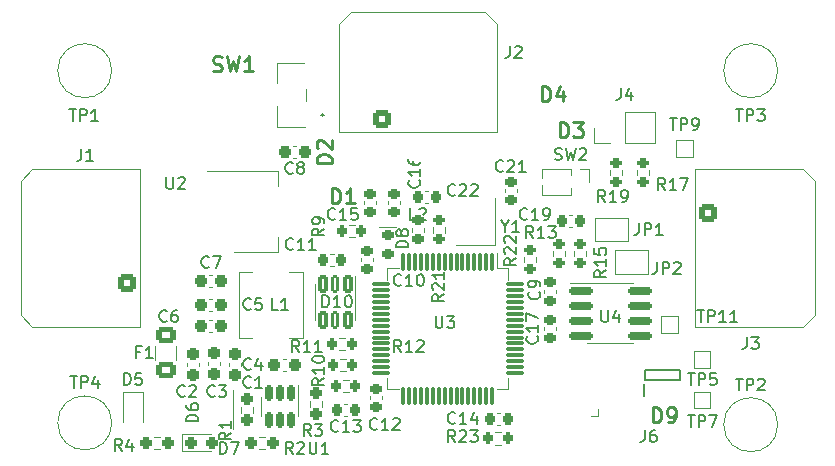
<source format=gto>
%TF.GenerationSoftware,KiCad,Pcbnew,(6.0.0)*%
%TF.CreationDate,2022-12-31T23:57:22-06:00*%
%TF.ProjectId,WheelspeedController,57686565-6c73-4706-9565-64436f6e7472,rev?*%
%TF.SameCoordinates,Original*%
%TF.FileFunction,Legend,Top*%
%TF.FilePolarity,Positive*%
%FSLAX46Y46*%
G04 Gerber Fmt 4.6, Leading zero omitted, Abs format (unit mm)*
G04 Created by KiCad (PCBNEW (6.0.0)) date 2022-12-31 23:57:22*
%MOMM*%
%LPD*%
G01*
G04 APERTURE LIST*
G04 Aperture macros list*
%AMRoundRect*
0 Rectangle with rounded corners*
0 $1 Rounding radius*
0 $2 $3 $4 $5 $6 $7 $8 $9 X,Y pos of 4 corners*
0 Add a 4 corners polygon primitive as box body*
4,1,4,$2,$3,$4,$5,$6,$7,$8,$9,$2,$3,0*
0 Add four circle primitives for the rounded corners*
1,1,$1+$1,$2,$3*
1,1,$1+$1,$4,$5*
1,1,$1+$1,$6,$7*
1,1,$1+$1,$8,$9*
0 Add four rect primitives between the rounded corners*
20,1,$1+$1,$2,$3,$4,$5,0*
20,1,$1+$1,$4,$5,$6,$7,0*
20,1,$1+$1,$6,$7,$8,$9,0*
20,1,$1+$1,$8,$9,$2,$3,0*%
G04 Aperture macros list end*
%ADD10C,0.150000*%
%ADD11C,0.254000*%
%ADD12C,0.120000*%
%ADD13C,0.200000*%
%ADD14C,0.100000*%
%ADD15C,1.500000*%
%ADD16RoundRect,0.250001X-0.499999X-0.499999X0.499999X-0.499999X0.499999X0.499999X-0.499999X0.499999X0*%
%ADD17C,3.000000*%
%ADD18R,2.000000X1.500000*%
%ADD19R,2.000000X3.800000*%
%ADD20R,1.000000X1.000000*%
%ADD21RoundRect,0.237500X-0.300000X-0.237500X0.300000X-0.237500X0.300000X0.237500X-0.300000X0.237500X0*%
%ADD22RoundRect,0.200000X-0.275000X0.200000X-0.275000X-0.200000X0.275000X-0.200000X0.275000X0.200000X0*%
%ADD23R,1.700000X1.700000*%
%ADD24O,1.700000X1.700000*%
%ADD25RoundRect,0.237500X-0.250000X-0.237500X0.250000X-0.237500X0.250000X0.237500X-0.250000X0.237500X0*%
%ADD26C,4.000000*%
%ADD27RoundRect,0.237500X0.237500X-0.300000X0.237500X0.300000X-0.237500X0.300000X-0.237500X-0.300000X0*%
%ADD28RoundRect,0.225000X-0.250000X0.225000X-0.250000X-0.225000X0.250000X-0.225000X0.250000X0.225000X0*%
%ADD29RoundRect,0.237500X0.237500X-0.250000X0.237500X0.250000X-0.237500X0.250000X-0.237500X-0.250000X0*%
%ADD30RoundRect,0.200000X-0.200000X-0.275000X0.200000X-0.275000X0.200000X0.275000X-0.200000X0.275000X0*%
%ADD31RoundRect,0.237500X-0.287500X-0.237500X0.287500X-0.237500X0.287500X0.237500X-0.287500X0.237500X0*%
%ADD32R,2.500000X1.900000*%
%ADD33RoundRect,0.250001X0.624999X-0.462499X0.624999X0.462499X-0.624999X0.462499X-0.624999X-0.462499X0*%
%ADD34RoundRect,0.200000X0.275000X-0.200000X0.275000X0.200000X-0.275000X0.200000X-0.275000X-0.200000X0*%
%ADD35RoundRect,0.200000X0.200000X0.275000X-0.200000X0.275000X-0.200000X-0.275000X0.200000X-0.275000X0*%
%ADD36R,1.000000X1.500000*%
%ADD37RoundRect,0.237500X0.250000X0.237500X-0.250000X0.237500X-0.250000X-0.237500X0.250000X-0.237500X0*%
%ADD38RoundRect,0.237500X-0.237500X0.250000X-0.237500X-0.250000X0.237500X-0.250000X0.237500X0.250000X0*%
%ADD39RoundRect,0.225000X0.250000X-0.225000X0.250000X0.225000X-0.250000X0.225000X-0.250000X-0.225000X0*%
%ADD40R,0.600000X0.800000*%
%ADD41R,0.550000X1.050000*%
%ADD42RoundRect,0.150000X-0.150000X0.512500X-0.150000X-0.512500X0.150000X-0.512500X0.150000X0.512500X0*%
%ADD43RoundRect,0.160000X-0.240000X0.565000X-0.240000X-0.565000X0.240000X-0.565000X0.240000X0.565000X0*%
%ADD44RoundRect,0.120000X-0.180000X0.605000X-0.180000X-0.605000X0.180000X-0.605000X0.180000X0.605000X0*%
%ADD45RoundRect,0.237500X0.300000X0.237500X-0.300000X0.237500X-0.300000X-0.237500X0.300000X-0.237500X0*%
%ADD46RoundRect,0.225000X-0.225000X-0.250000X0.225000X-0.250000X0.225000X0.250000X-0.225000X0.250000X0*%
%ADD47O,1.000000X1.000000*%
%ADD48RoundRect,0.250001X0.499999X-0.499999X0.499999X0.499999X-0.499999X0.499999X-0.499999X-0.499999X0*%
%ADD49RoundRect,0.250001X-0.499999X0.499999X-0.499999X-0.499999X0.499999X-0.499999X0.499999X0.499999X0*%
%ADD50RoundRect,0.218750X-0.256250X0.218750X-0.256250X-0.218750X0.256250X-0.218750X0.256250X0.218750X0*%
%ADD51RoundRect,0.075000X-0.075000X0.700000X-0.075000X-0.700000X0.075000X-0.700000X0.075000X0.700000X0*%
%ADD52RoundRect,0.075000X-0.700000X0.075000X-0.700000X-0.075000X0.700000X-0.075000X0.700000X0.075000X0*%
%ADD53R,1.200000X1.400000*%
%ADD54RoundRect,0.225000X0.225000X0.250000X-0.225000X0.250000X-0.225000X-0.250000X0.225000X-0.250000X0*%
%ADD55RoundRect,0.150000X-0.825000X-0.150000X0.825000X-0.150000X0.825000X0.150000X-0.825000X0.150000X0*%
%ADD56R,1.600000X1.000000*%
%ADD57R,0.800000X0.600000*%
%ADD58R,2.500000X1.800000*%
%ADD59R,0.450000X0.600000*%
%ADD60C,2.374900*%
%ADD61C,0.990600*%
%ADD62C,0.787400*%
G04 APERTURE END LIST*
D10*
%TO.C,J2*%
X97964666Y-70572380D02*
X97964666Y-71286666D01*
X97917047Y-71429523D01*
X97821809Y-71524761D01*
X97678952Y-71572380D01*
X97583714Y-71572380D01*
X98393238Y-70667619D02*
X98440857Y-70620000D01*
X98536095Y-70572380D01*
X98774190Y-70572380D01*
X98869428Y-70620000D01*
X98917047Y-70667619D01*
X98964666Y-70762857D01*
X98964666Y-70858095D01*
X98917047Y-71000952D01*
X98345619Y-71572380D01*
X98964666Y-71572380D01*
%TO.C,U2*%
X68884895Y-81646780D02*
X68884895Y-82456304D01*
X68932514Y-82551542D01*
X68980133Y-82599161D01*
X69075371Y-82646780D01*
X69265847Y-82646780D01*
X69361085Y-82599161D01*
X69408704Y-82551542D01*
X69456323Y-82456304D01*
X69456323Y-81646780D01*
X69884895Y-81742019D02*
X69932514Y-81694400D01*
X70027752Y-81646780D01*
X70265847Y-81646780D01*
X70361085Y-81694400D01*
X70408704Y-81742019D01*
X70456323Y-81837257D01*
X70456323Y-81932495D01*
X70408704Y-82075352D01*
X69837276Y-82646780D01*
X70456323Y-82646780D01*
%TO.C,TP11*%
X113831904Y-92924380D02*
X114403333Y-92924380D01*
X114117619Y-93924380D02*
X114117619Y-92924380D01*
X114736666Y-93924380D02*
X114736666Y-92924380D01*
X115117619Y-92924380D01*
X115212857Y-92972000D01*
X115260476Y-93019619D01*
X115308095Y-93114857D01*
X115308095Y-93257714D01*
X115260476Y-93352952D01*
X115212857Y-93400571D01*
X115117619Y-93448190D01*
X114736666Y-93448190D01*
X116260476Y-93924380D02*
X115689047Y-93924380D01*
X115974761Y-93924380D02*
X115974761Y-92924380D01*
X115879523Y-93067238D01*
X115784285Y-93162476D01*
X115689047Y-93210095D01*
X117212857Y-93924380D02*
X116641428Y-93924380D01*
X116927142Y-93924380D02*
X116927142Y-92924380D01*
X116831904Y-93067238D01*
X116736666Y-93162476D01*
X116641428Y-93210095D01*
%TO.C,C4*%
X76033333Y-97893142D02*
X75985714Y-97940761D01*
X75842857Y-97988380D01*
X75747619Y-97988380D01*
X75604761Y-97940761D01*
X75509523Y-97845523D01*
X75461904Y-97750285D01*
X75414285Y-97559809D01*
X75414285Y-97416952D01*
X75461904Y-97226476D01*
X75509523Y-97131238D01*
X75604761Y-97036000D01*
X75747619Y-96988380D01*
X75842857Y-96988380D01*
X75985714Y-97036000D01*
X76033333Y-97083619D01*
X76890476Y-97321714D02*
X76890476Y-97988380D01*
X76652380Y-96940761D02*
X76414285Y-97655047D01*
X77033333Y-97655047D01*
%TO.C,R22*%
X98496380Y-88526857D02*
X98020190Y-88860190D01*
X98496380Y-89098285D02*
X97496380Y-89098285D01*
X97496380Y-88717333D01*
X97544000Y-88622095D01*
X97591619Y-88574476D01*
X97686857Y-88526857D01*
X97829714Y-88526857D01*
X97924952Y-88574476D01*
X97972571Y-88622095D01*
X98020190Y-88717333D01*
X98020190Y-89098285D01*
X97591619Y-88145904D02*
X97544000Y-88098285D01*
X97496380Y-88003047D01*
X97496380Y-87764952D01*
X97544000Y-87669714D01*
X97591619Y-87622095D01*
X97686857Y-87574476D01*
X97782095Y-87574476D01*
X97924952Y-87622095D01*
X98496380Y-88193523D01*
X98496380Y-87574476D01*
X97591619Y-87193523D02*
X97544000Y-87145904D01*
X97496380Y-87050666D01*
X97496380Y-86812571D01*
X97544000Y-86717333D01*
X97591619Y-86669714D01*
X97686857Y-86622095D01*
X97782095Y-86622095D01*
X97924952Y-86669714D01*
X98496380Y-87241142D01*
X98496380Y-86622095D01*
%TO.C,J4*%
X107362666Y-74128380D02*
X107362666Y-74842666D01*
X107315047Y-74985523D01*
X107219809Y-75080761D01*
X107076952Y-75128380D01*
X106981714Y-75128380D01*
X108267428Y-74461714D02*
X108267428Y-75128380D01*
X108029333Y-74080761D02*
X107791238Y-74795047D01*
X108410285Y-74795047D01*
%TO.C,R4*%
X65111333Y-104846380D02*
X64778000Y-104370190D01*
X64539904Y-104846380D02*
X64539904Y-103846380D01*
X64920857Y-103846380D01*
X65016095Y-103894000D01*
X65063714Y-103941619D01*
X65111333Y-104036857D01*
X65111333Y-104179714D01*
X65063714Y-104274952D01*
X65016095Y-104322571D01*
X64920857Y-104370190D01*
X64539904Y-104370190D01*
X65968476Y-104179714D02*
X65968476Y-104846380D01*
X65730380Y-103798761D02*
X65492285Y-104513047D01*
X66111333Y-104513047D01*
%TO.C,TP4*%
X60764895Y-98512380D02*
X61336323Y-98512380D01*
X61050609Y-99512380D02*
X61050609Y-98512380D01*
X61669657Y-99512380D02*
X61669657Y-98512380D01*
X62050609Y-98512380D01*
X62145847Y-98560000D01*
X62193466Y-98607619D01*
X62241085Y-98702857D01*
X62241085Y-98845714D01*
X62193466Y-98940952D01*
X62145847Y-98988571D01*
X62050609Y-99036190D01*
X61669657Y-99036190D01*
X63098228Y-98845714D02*
X63098228Y-99512380D01*
X62860133Y-98464761D02*
X62622038Y-99179047D01*
X63241085Y-99179047D01*
%TO.C,C1*%
X76033333Y-99417142D02*
X75985714Y-99464761D01*
X75842857Y-99512380D01*
X75747619Y-99512380D01*
X75604761Y-99464761D01*
X75509523Y-99369523D01*
X75461904Y-99274285D01*
X75414285Y-99083809D01*
X75414285Y-98940952D01*
X75461904Y-98750476D01*
X75509523Y-98655238D01*
X75604761Y-98560000D01*
X75747619Y-98512380D01*
X75842857Y-98512380D01*
X75985714Y-98560000D01*
X76033333Y-98607619D01*
X76985714Y-99512380D02*
X76414285Y-99512380D01*
X76700000Y-99512380D02*
X76700000Y-98512380D01*
X76604761Y-98655238D01*
X76509523Y-98750476D01*
X76414285Y-98798095D01*
%TO.C,C12*%
X86733142Y-102973142D02*
X86685523Y-103020761D01*
X86542666Y-103068380D01*
X86447428Y-103068380D01*
X86304571Y-103020761D01*
X86209333Y-102925523D01*
X86161714Y-102830285D01*
X86114095Y-102639809D01*
X86114095Y-102496952D01*
X86161714Y-102306476D01*
X86209333Y-102211238D01*
X86304571Y-102116000D01*
X86447428Y-102068380D01*
X86542666Y-102068380D01*
X86685523Y-102116000D01*
X86733142Y-102163619D01*
X87685523Y-103068380D02*
X87114095Y-103068380D01*
X87399809Y-103068380D02*
X87399809Y-102068380D01*
X87304571Y-102211238D01*
X87209333Y-102306476D01*
X87114095Y-102354095D01*
X88066476Y-102163619D02*
X88114095Y-102116000D01*
X88209333Y-102068380D01*
X88447428Y-102068380D01*
X88542666Y-102116000D01*
X88590285Y-102163619D01*
X88637904Y-102258857D01*
X88637904Y-102354095D01*
X88590285Y-102496952D01*
X88018857Y-103068380D01*
X88637904Y-103068380D01*
%TO.C,R3*%
X81113333Y-103576380D02*
X80780000Y-103100190D01*
X80541904Y-103576380D02*
X80541904Y-102576380D01*
X80922857Y-102576380D01*
X81018095Y-102624000D01*
X81065714Y-102671619D01*
X81113333Y-102766857D01*
X81113333Y-102909714D01*
X81065714Y-103004952D01*
X81018095Y-103052571D01*
X80922857Y-103100190D01*
X80541904Y-103100190D01*
X81446666Y-102576380D02*
X82065714Y-102576380D01*
X81732380Y-102957333D01*
X81875238Y-102957333D01*
X81970476Y-103004952D01*
X82018095Y-103052571D01*
X82065714Y-103147809D01*
X82065714Y-103385904D01*
X82018095Y-103481142D01*
X81970476Y-103528761D01*
X81875238Y-103576380D01*
X81589523Y-103576380D01*
X81494285Y-103528761D01*
X81446666Y-103481142D01*
%TO.C,R11*%
X80129142Y-96464380D02*
X79795809Y-95988190D01*
X79557714Y-96464380D02*
X79557714Y-95464380D01*
X79938666Y-95464380D01*
X80033904Y-95512000D01*
X80081523Y-95559619D01*
X80129142Y-95654857D01*
X80129142Y-95797714D01*
X80081523Y-95892952D01*
X80033904Y-95940571D01*
X79938666Y-95988190D01*
X79557714Y-95988190D01*
X81081523Y-96464380D02*
X80510095Y-96464380D01*
X80795809Y-96464380D02*
X80795809Y-95464380D01*
X80700571Y-95607238D01*
X80605333Y-95702476D01*
X80510095Y-95750095D01*
X82033904Y-96464380D02*
X81462476Y-96464380D01*
X81748190Y-96464380D02*
X81748190Y-95464380D01*
X81652952Y-95607238D01*
X81557714Y-95702476D01*
X81462476Y-95750095D01*
%TO.C,D7*%
X73429904Y-105100380D02*
X73429904Y-104100380D01*
X73668000Y-104100380D01*
X73810857Y-104148000D01*
X73906095Y-104243238D01*
X73953714Y-104338476D01*
X74001333Y-104528952D01*
X74001333Y-104671809D01*
X73953714Y-104862285D01*
X73906095Y-104957523D01*
X73810857Y-105052761D01*
X73668000Y-105100380D01*
X73429904Y-105100380D01*
X74334666Y-104100380D02*
X75001333Y-104100380D01*
X74572761Y-105100380D01*
%TO.C,L1*%
X78319333Y-92908380D02*
X77843142Y-92908380D01*
X77843142Y-91908380D01*
X79176476Y-92908380D02*
X78605047Y-92908380D01*
X78890761Y-92908380D02*
X78890761Y-91908380D01*
X78795523Y-92051238D01*
X78700285Y-92146476D01*
X78605047Y-92194095D01*
%TO.C,F1*%
X66680666Y-96448571D02*
X66347333Y-96448571D01*
X66347333Y-96972380D02*
X66347333Y-95972380D01*
X66823523Y-95972380D01*
X67728285Y-96972380D02*
X67156857Y-96972380D01*
X67442571Y-96972380D02*
X67442571Y-95972380D01*
X67347333Y-96115238D01*
X67252095Y-96210476D01*
X67156857Y-96258095D01*
%TO.C,R10*%
X82240380Y-98686857D02*
X81764190Y-99020190D01*
X82240380Y-99258285D02*
X81240380Y-99258285D01*
X81240380Y-98877333D01*
X81288000Y-98782095D01*
X81335619Y-98734476D01*
X81430857Y-98686857D01*
X81573714Y-98686857D01*
X81668952Y-98734476D01*
X81716571Y-98782095D01*
X81764190Y-98877333D01*
X81764190Y-99258285D01*
X82240380Y-97734476D02*
X82240380Y-98305904D01*
X82240380Y-98020190D02*
X81240380Y-98020190D01*
X81383238Y-98115428D01*
X81478476Y-98210666D01*
X81526095Y-98305904D01*
X81240380Y-97115428D02*
X81240380Y-97020190D01*
X81288000Y-96924952D01*
X81335619Y-96877333D01*
X81430857Y-96829714D01*
X81621333Y-96782095D01*
X81859428Y-96782095D01*
X82049904Y-96829714D01*
X82145142Y-96877333D01*
X82192761Y-96924952D01*
X82240380Y-97020190D01*
X82240380Y-97115428D01*
X82192761Y-97210666D01*
X82145142Y-97258285D01*
X82049904Y-97305904D01*
X81859428Y-97353523D01*
X81621333Y-97353523D01*
X81430857Y-97305904D01*
X81335619Y-97258285D01*
X81288000Y-97210666D01*
X81240380Y-97115428D01*
%TO.C,TP1*%
X60663295Y-75906380D02*
X61234723Y-75906380D01*
X60949009Y-76906380D02*
X60949009Y-75906380D01*
X61568057Y-76906380D02*
X61568057Y-75906380D01*
X61949009Y-75906380D01*
X62044247Y-75954000D01*
X62091866Y-76001619D01*
X62139485Y-76096857D01*
X62139485Y-76239714D01*
X62091866Y-76334952D01*
X62044247Y-76382571D01*
X61949009Y-76430190D01*
X61568057Y-76430190D01*
X63091866Y-76906380D02*
X62520438Y-76906380D01*
X62806152Y-76906380D02*
X62806152Y-75906380D01*
X62710914Y-76049238D01*
X62615676Y-76144476D01*
X62520438Y-76192095D01*
%TO.C,TP2*%
X117102095Y-98715580D02*
X117673523Y-98715580D01*
X117387809Y-99715580D02*
X117387809Y-98715580D01*
X118006857Y-99715580D02*
X118006857Y-98715580D01*
X118387809Y-98715580D01*
X118483047Y-98763200D01*
X118530666Y-98810819D01*
X118578285Y-98906057D01*
X118578285Y-99048914D01*
X118530666Y-99144152D01*
X118483047Y-99191771D01*
X118387809Y-99239390D01*
X118006857Y-99239390D01*
X118959238Y-98810819D02*
X119006857Y-98763200D01*
X119102095Y-98715580D01*
X119340190Y-98715580D01*
X119435428Y-98763200D01*
X119483047Y-98810819D01*
X119530666Y-98906057D01*
X119530666Y-99001295D01*
X119483047Y-99144152D01*
X118911619Y-99715580D01*
X119530666Y-99715580D01*
%TO.C,C3*%
X72985333Y-100179142D02*
X72937714Y-100226761D01*
X72794857Y-100274380D01*
X72699619Y-100274380D01*
X72556761Y-100226761D01*
X72461523Y-100131523D01*
X72413904Y-100036285D01*
X72366285Y-99845809D01*
X72366285Y-99702952D01*
X72413904Y-99512476D01*
X72461523Y-99417238D01*
X72556761Y-99322000D01*
X72699619Y-99274380D01*
X72794857Y-99274380D01*
X72937714Y-99322000D01*
X72985333Y-99369619D01*
X73318666Y-99274380D02*
X73937714Y-99274380D01*
X73604380Y-99655333D01*
X73747238Y-99655333D01*
X73842476Y-99702952D01*
X73890095Y-99750571D01*
X73937714Y-99845809D01*
X73937714Y-100083904D01*
X73890095Y-100179142D01*
X73842476Y-100226761D01*
X73747238Y-100274380D01*
X73461523Y-100274380D01*
X73366285Y-100226761D01*
X73318666Y-100179142D01*
%TO.C,R19*%
X106037142Y-83764380D02*
X105703809Y-83288190D01*
X105465714Y-83764380D02*
X105465714Y-82764380D01*
X105846666Y-82764380D01*
X105941904Y-82812000D01*
X105989523Y-82859619D01*
X106037142Y-82954857D01*
X106037142Y-83097714D01*
X105989523Y-83192952D01*
X105941904Y-83240571D01*
X105846666Y-83288190D01*
X105465714Y-83288190D01*
X106989523Y-83764380D02*
X106418095Y-83764380D01*
X106703809Y-83764380D02*
X106703809Y-82764380D01*
X106608571Y-82907238D01*
X106513333Y-83002476D01*
X106418095Y-83050095D01*
X107465714Y-83764380D02*
X107656190Y-83764380D01*
X107751428Y-83716761D01*
X107799047Y-83669142D01*
X107894285Y-83526285D01*
X107941904Y-83335809D01*
X107941904Y-82954857D01*
X107894285Y-82859619D01*
X107846666Y-82812000D01*
X107751428Y-82764380D01*
X107560952Y-82764380D01*
X107465714Y-82812000D01*
X107418095Y-82859619D01*
X107370476Y-82954857D01*
X107370476Y-83192952D01*
X107418095Y-83288190D01*
X107465714Y-83335809D01*
X107560952Y-83383428D01*
X107751428Y-83383428D01*
X107846666Y-83335809D01*
X107894285Y-83288190D01*
X107941904Y-83192952D01*
%TO.C,R17*%
X111117142Y-82748380D02*
X110783809Y-82272190D01*
X110545714Y-82748380D02*
X110545714Y-81748380D01*
X110926666Y-81748380D01*
X111021904Y-81796000D01*
X111069523Y-81843619D01*
X111117142Y-81938857D01*
X111117142Y-82081714D01*
X111069523Y-82176952D01*
X111021904Y-82224571D01*
X110926666Y-82272190D01*
X110545714Y-82272190D01*
X112069523Y-82748380D02*
X111498095Y-82748380D01*
X111783809Y-82748380D02*
X111783809Y-81748380D01*
X111688571Y-81891238D01*
X111593333Y-81986476D01*
X111498095Y-82034095D01*
X112402857Y-81748380D02*
X113069523Y-81748380D01*
X112640952Y-82748380D01*
%TO.C,TP9*%
X111514095Y-76668380D02*
X112085523Y-76668380D01*
X111799809Y-77668380D02*
X111799809Y-76668380D01*
X112418857Y-77668380D02*
X112418857Y-76668380D01*
X112799809Y-76668380D01*
X112895047Y-76716000D01*
X112942666Y-76763619D01*
X112990285Y-76858857D01*
X112990285Y-77001714D01*
X112942666Y-77096952D01*
X112895047Y-77144571D01*
X112799809Y-77192190D01*
X112418857Y-77192190D01*
X113466476Y-77668380D02*
X113656952Y-77668380D01*
X113752190Y-77620761D01*
X113799809Y-77573142D01*
X113895047Y-77430285D01*
X113942666Y-77239809D01*
X113942666Y-76858857D01*
X113895047Y-76763619D01*
X113847428Y-76716000D01*
X113752190Y-76668380D01*
X113561714Y-76668380D01*
X113466476Y-76716000D01*
X113418857Y-76763619D01*
X113371238Y-76858857D01*
X113371238Y-77096952D01*
X113418857Y-77192190D01*
X113466476Y-77239809D01*
X113561714Y-77287428D01*
X113752190Y-77287428D01*
X113847428Y-77239809D01*
X113895047Y-77192190D01*
X113942666Y-77096952D01*
%TO.C,C2*%
X70445333Y-100179142D02*
X70397714Y-100226761D01*
X70254857Y-100274380D01*
X70159619Y-100274380D01*
X70016761Y-100226761D01*
X69921523Y-100131523D01*
X69873904Y-100036285D01*
X69826285Y-99845809D01*
X69826285Y-99702952D01*
X69873904Y-99512476D01*
X69921523Y-99417238D01*
X70016761Y-99322000D01*
X70159619Y-99274380D01*
X70254857Y-99274380D01*
X70397714Y-99322000D01*
X70445333Y-99369619D01*
X70826285Y-99369619D02*
X70873904Y-99322000D01*
X70969142Y-99274380D01*
X71207238Y-99274380D01*
X71302476Y-99322000D01*
X71350095Y-99369619D01*
X71397714Y-99464857D01*
X71397714Y-99560095D01*
X71350095Y-99702952D01*
X70778666Y-100274380D01*
X71397714Y-100274380D01*
%TO.C,TP5*%
X113038095Y-98258380D02*
X113609523Y-98258380D01*
X113323809Y-99258380D02*
X113323809Y-98258380D01*
X113942857Y-99258380D02*
X113942857Y-98258380D01*
X114323809Y-98258380D01*
X114419047Y-98306000D01*
X114466666Y-98353619D01*
X114514285Y-98448857D01*
X114514285Y-98591714D01*
X114466666Y-98686952D01*
X114419047Y-98734571D01*
X114323809Y-98782190D01*
X113942857Y-98782190D01*
X115419047Y-98258380D02*
X114942857Y-98258380D01*
X114895238Y-98734571D01*
X114942857Y-98686952D01*
X115038095Y-98639333D01*
X115276190Y-98639333D01*
X115371428Y-98686952D01*
X115419047Y-98734571D01*
X115466666Y-98829809D01*
X115466666Y-99067904D01*
X115419047Y-99163142D01*
X115371428Y-99210761D01*
X115276190Y-99258380D01*
X115038095Y-99258380D01*
X114942857Y-99210761D01*
X114895238Y-99163142D01*
%TO.C,R23*%
X93337142Y-104084380D02*
X93003809Y-103608190D01*
X92765714Y-104084380D02*
X92765714Y-103084380D01*
X93146666Y-103084380D01*
X93241904Y-103132000D01*
X93289523Y-103179619D01*
X93337142Y-103274857D01*
X93337142Y-103417714D01*
X93289523Y-103512952D01*
X93241904Y-103560571D01*
X93146666Y-103608190D01*
X92765714Y-103608190D01*
X93718095Y-103179619D02*
X93765714Y-103132000D01*
X93860952Y-103084380D01*
X94099047Y-103084380D01*
X94194285Y-103132000D01*
X94241904Y-103179619D01*
X94289523Y-103274857D01*
X94289523Y-103370095D01*
X94241904Y-103512952D01*
X93670476Y-104084380D01*
X94289523Y-104084380D01*
X94622857Y-103084380D02*
X95241904Y-103084380D01*
X94908571Y-103465333D01*
X95051428Y-103465333D01*
X95146666Y-103512952D01*
X95194285Y-103560571D01*
X95241904Y-103655809D01*
X95241904Y-103893904D01*
X95194285Y-103989142D01*
X95146666Y-104036761D01*
X95051428Y-104084380D01*
X94765714Y-104084380D01*
X94670476Y-104036761D01*
X94622857Y-103989142D01*
%TO.C,R12*%
X88765142Y-96464380D02*
X88431809Y-95988190D01*
X88193714Y-96464380D02*
X88193714Y-95464380D01*
X88574666Y-95464380D01*
X88669904Y-95512000D01*
X88717523Y-95559619D01*
X88765142Y-95654857D01*
X88765142Y-95797714D01*
X88717523Y-95892952D01*
X88669904Y-95940571D01*
X88574666Y-95988190D01*
X88193714Y-95988190D01*
X89717523Y-96464380D02*
X89146095Y-96464380D01*
X89431809Y-96464380D02*
X89431809Y-95464380D01*
X89336571Y-95607238D01*
X89241333Y-95702476D01*
X89146095Y-95750095D01*
X90098476Y-95559619D02*
X90146095Y-95512000D01*
X90241333Y-95464380D01*
X90479428Y-95464380D01*
X90574666Y-95512000D01*
X90622285Y-95559619D01*
X90669904Y-95654857D01*
X90669904Y-95750095D01*
X90622285Y-95892952D01*
X90050857Y-96464380D01*
X90669904Y-96464380D01*
%TO.C,JP1*%
X108894666Y-85558380D02*
X108894666Y-86272666D01*
X108847047Y-86415523D01*
X108751809Y-86510761D01*
X108608952Y-86558380D01*
X108513714Y-86558380D01*
X109370857Y-86558380D02*
X109370857Y-85558380D01*
X109751809Y-85558380D01*
X109847047Y-85606000D01*
X109894666Y-85653619D01*
X109942285Y-85748857D01*
X109942285Y-85891714D01*
X109894666Y-85986952D01*
X109847047Y-86034571D01*
X109751809Y-86082190D01*
X109370857Y-86082190D01*
X110894666Y-86558380D02*
X110323238Y-86558380D01*
X110608952Y-86558380D02*
X110608952Y-85558380D01*
X110513714Y-85701238D01*
X110418476Y-85796476D01*
X110323238Y-85844095D01*
%TO.C,R2*%
X79589333Y-105100380D02*
X79256000Y-104624190D01*
X79017904Y-105100380D02*
X79017904Y-104100380D01*
X79398857Y-104100380D01*
X79494095Y-104148000D01*
X79541714Y-104195619D01*
X79589333Y-104290857D01*
X79589333Y-104433714D01*
X79541714Y-104528952D01*
X79494095Y-104576571D01*
X79398857Y-104624190D01*
X79017904Y-104624190D01*
X79970285Y-104195619D02*
X80017904Y-104148000D01*
X80113142Y-104100380D01*
X80351238Y-104100380D01*
X80446476Y-104148000D01*
X80494095Y-104195619D01*
X80541714Y-104290857D01*
X80541714Y-104386095D01*
X80494095Y-104528952D01*
X79922666Y-105100380D01*
X80541714Y-105100380D01*
%TO.C,R1*%
X74366380Y-103290666D02*
X73890190Y-103624000D01*
X74366380Y-103862095D02*
X73366380Y-103862095D01*
X73366380Y-103481142D01*
X73414000Y-103385904D01*
X73461619Y-103338285D01*
X73556857Y-103290666D01*
X73699714Y-103290666D01*
X73794952Y-103338285D01*
X73842571Y-103385904D01*
X73890190Y-103481142D01*
X73890190Y-103862095D01*
X74366380Y-102338285D02*
X74366380Y-102909714D01*
X74366380Y-102624000D02*
X73366380Y-102624000D01*
X73509238Y-102719238D01*
X73604476Y-102814476D01*
X73652095Y-102909714D01*
%TO.C,C16*%
X90273142Y-81922857D02*
X90320761Y-81970476D01*
X90368380Y-82113333D01*
X90368380Y-82208571D01*
X90320761Y-82351428D01*
X90225523Y-82446666D01*
X90130285Y-82494285D01*
X89939809Y-82541904D01*
X89796952Y-82541904D01*
X89606476Y-82494285D01*
X89511238Y-82446666D01*
X89416000Y-82351428D01*
X89368380Y-82208571D01*
X89368380Y-82113333D01*
X89416000Y-81970476D01*
X89463619Y-81922857D01*
X90368380Y-80970476D02*
X90368380Y-81541904D01*
X90368380Y-81256190D02*
X89368380Y-81256190D01*
X89511238Y-81351428D01*
X89606476Y-81446666D01*
X89654095Y-81541904D01*
X89368380Y-80113333D02*
X89368380Y-80303809D01*
X89416000Y-80399047D01*
X89463619Y-80446666D01*
X89606476Y-80541904D01*
X89796952Y-80589523D01*
X90177904Y-80589523D01*
X90273142Y-80541904D01*
X90320761Y-80494285D01*
X90368380Y-80399047D01*
X90368380Y-80208571D01*
X90320761Y-80113333D01*
X90273142Y-80065714D01*
X90177904Y-80018095D01*
X89939809Y-80018095D01*
X89844571Y-80065714D01*
X89796952Y-80113333D01*
X89749333Y-80208571D01*
X89749333Y-80399047D01*
X89796952Y-80494285D01*
X89844571Y-80541904D01*
X89939809Y-80589523D01*
%TO.C,JP2*%
X110418666Y-88860380D02*
X110418666Y-89574666D01*
X110371047Y-89717523D01*
X110275809Y-89812761D01*
X110132952Y-89860380D01*
X110037714Y-89860380D01*
X110894857Y-89860380D02*
X110894857Y-88860380D01*
X111275809Y-88860380D01*
X111371047Y-88908000D01*
X111418666Y-88955619D01*
X111466285Y-89050857D01*
X111466285Y-89193714D01*
X111418666Y-89288952D01*
X111371047Y-89336571D01*
X111275809Y-89384190D01*
X110894857Y-89384190D01*
X111847238Y-88955619D02*
X111894857Y-88908000D01*
X111990095Y-88860380D01*
X112228190Y-88860380D01*
X112323428Y-88908000D01*
X112371047Y-88955619D01*
X112418666Y-89050857D01*
X112418666Y-89146095D01*
X112371047Y-89288952D01*
X111799619Y-89860380D01*
X112418666Y-89860380D01*
D11*
%TO.C,D3*%
X102186619Y-78298523D02*
X102186619Y-77028523D01*
X102489000Y-77028523D01*
X102670428Y-77089000D01*
X102791380Y-77209952D01*
X102851857Y-77330904D01*
X102912333Y-77572809D01*
X102912333Y-77754238D01*
X102851857Y-77996142D01*
X102791380Y-78117095D01*
X102670428Y-78238047D01*
X102489000Y-78298523D01*
X102186619Y-78298523D01*
X103335666Y-77028523D02*
X104121857Y-77028523D01*
X103698523Y-77512333D01*
X103879952Y-77512333D01*
X104000904Y-77572809D01*
X104061380Y-77633285D01*
X104121857Y-77754238D01*
X104121857Y-78056619D01*
X104061380Y-78177571D01*
X104000904Y-78238047D01*
X103879952Y-78298523D01*
X103517095Y-78298523D01*
X103396142Y-78238047D01*
X103335666Y-78177571D01*
%TO.C,D9*%
X110060619Y-102428523D02*
X110060619Y-101158523D01*
X110363000Y-101158523D01*
X110544428Y-101219000D01*
X110665380Y-101339952D01*
X110725857Y-101460904D01*
X110786333Y-101702809D01*
X110786333Y-101884238D01*
X110725857Y-102126142D01*
X110665380Y-102247095D01*
X110544428Y-102368047D01*
X110363000Y-102428523D01*
X110060619Y-102428523D01*
X111391095Y-102428523D02*
X111633000Y-102428523D01*
X111753952Y-102368047D01*
X111814428Y-102307571D01*
X111935380Y-102126142D01*
X111995857Y-101884238D01*
X111995857Y-101400428D01*
X111935380Y-101279476D01*
X111874904Y-101219000D01*
X111753952Y-101158523D01*
X111512047Y-101158523D01*
X111391095Y-101219000D01*
X111330619Y-101279476D01*
X111270142Y-101400428D01*
X111270142Y-101702809D01*
X111330619Y-101823761D01*
X111391095Y-101884238D01*
X111512047Y-101944714D01*
X111753952Y-101944714D01*
X111874904Y-101884238D01*
X111935380Y-101823761D01*
X111995857Y-101702809D01*
D10*
%TO.C,R13*%
X99941142Y-86812380D02*
X99607809Y-86336190D01*
X99369714Y-86812380D02*
X99369714Y-85812380D01*
X99750666Y-85812380D01*
X99845904Y-85860000D01*
X99893523Y-85907619D01*
X99941142Y-86002857D01*
X99941142Y-86145714D01*
X99893523Y-86240952D01*
X99845904Y-86288571D01*
X99750666Y-86336190D01*
X99369714Y-86336190D01*
X100893523Y-86812380D02*
X100322095Y-86812380D01*
X100607809Y-86812380D02*
X100607809Y-85812380D01*
X100512571Y-85955238D01*
X100417333Y-86050476D01*
X100322095Y-86098095D01*
X101226857Y-85812380D02*
X101845904Y-85812380D01*
X101512571Y-86193333D01*
X101655428Y-86193333D01*
X101750666Y-86240952D01*
X101798285Y-86288571D01*
X101845904Y-86383809D01*
X101845904Y-86621904D01*
X101798285Y-86717142D01*
X101750666Y-86764761D01*
X101655428Y-86812380D01*
X101369714Y-86812380D01*
X101274476Y-86764761D01*
X101226857Y-86717142D01*
%TO.C,U1*%
X81026095Y-104100380D02*
X81026095Y-104909904D01*
X81073714Y-105005142D01*
X81121333Y-105052761D01*
X81216571Y-105100380D01*
X81407047Y-105100380D01*
X81502285Y-105052761D01*
X81549904Y-105005142D01*
X81597523Y-104909904D01*
X81597523Y-104100380D01*
X82597523Y-105100380D02*
X82026095Y-105100380D01*
X82311809Y-105100380D02*
X82311809Y-104100380D01*
X82216571Y-104243238D01*
X82121333Y-104338476D01*
X82026095Y-104386095D01*
%TO.C,D10*%
X82097714Y-92659380D02*
X82097714Y-91659380D01*
X82335809Y-91659380D01*
X82478666Y-91707000D01*
X82573904Y-91802238D01*
X82621523Y-91897476D01*
X82669142Y-92087952D01*
X82669142Y-92230809D01*
X82621523Y-92421285D01*
X82573904Y-92516523D01*
X82478666Y-92611761D01*
X82335809Y-92659380D01*
X82097714Y-92659380D01*
X83621523Y-92659380D02*
X83050095Y-92659380D01*
X83335809Y-92659380D02*
X83335809Y-91659380D01*
X83240571Y-91802238D01*
X83145333Y-91897476D01*
X83050095Y-91945095D01*
X84240571Y-91659380D02*
X84335809Y-91659380D01*
X84431047Y-91707000D01*
X84478666Y-91754619D01*
X84526285Y-91849857D01*
X84573904Y-92040333D01*
X84573904Y-92278428D01*
X84526285Y-92468904D01*
X84478666Y-92564142D01*
X84431047Y-92611761D01*
X84335809Y-92659380D01*
X84240571Y-92659380D01*
X84145333Y-92611761D01*
X84097714Y-92564142D01*
X84050095Y-92468904D01*
X84002476Y-92278428D01*
X84002476Y-92040333D01*
X84050095Y-91849857D01*
X84097714Y-91754619D01*
X84145333Y-91707000D01*
X84240571Y-91659380D01*
%TO.C,R21*%
X92400380Y-91574857D02*
X91924190Y-91908190D01*
X92400380Y-92146285D02*
X91400380Y-92146285D01*
X91400380Y-91765333D01*
X91448000Y-91670095D01*
X91495619Y-91622476D01*
X91590857Y-91574857D01*
X91733714Y-91574857D01*
X91828952Y-91622476D01*
X91876571Y-91670095D01*
X91924190Y-91765333D01*
X91924190Y-92146285D01*
X91495619Y-91193904D02*
X91448000Y-91146285D01*
X91400380Y-91051047D01*
X91400380Y-90812952D01*
X91448000Y-90717714D01*
X91495619Y-90670095D01*
X91590857Y-90622476D01*
X91686095Y-90622476D01*
X91828952Y-90670095D01*
X92400380Y-91241523D01*
X92400380Y-90622476D01*
X92400380Y-89670095D02*
X92400380Y-90241523D01*
X92400380Y-89955809D02*
X91400380Y-89955809D01*
X91543238Y-90051047D01*
X91638476Y-90146285D01*
X91686095Y-90241523D01*
%TO.C,C5*%
X76033333Y-92813142D02*
X75985714Y-92860761D01*
X75842857Y-92908380D01*
X75747619Y-92908380D01*
X75604761Y-92860761D01*
X75509523Y-92765523D01*
X75461904Y-92670285D01*
X75414285Y-92479809D01*
X75414285Y-92336952D01*
X75461904Y-92146476D01*
X75509523Y-92051238D01*
X75604761Y-91956000D01*
X75747619Y-91908380D01*
X75842857Y-91908380D01*
X75985714Y-91956000D01*
X76033333Y-92003619D01*
X76938095Y-91908380D02*
X76461904Y-91908380D01*
X76414285Y-92384571D01*
X76461904Y-92336952D01*
X76557142Y-92289333D01*
X76795238Y-92289333D01*
X76890476Y-92336952D01*
X76938095Y-92384571D01*
X76985714Y-92479809D01*
X76985714Y-92717904D01*
X76938095Y-92813142D01*
X76890476Y-92860761D01*
X76795238Y-92908380D01*
X76557142Y-92908380D01*
X76461904Y-92860761D01*
X76414285Y-92813142D01*
%TO.C,C11*%
X79621142Y-87733142D02*
X79573523Y-87780761D01*
X79430666Y-87828380D01*
X79335428Y-87828380D01*
X79192571Y-87780761D01*
X79097333Y-87685523D01*
X79049714Y-87590285D01*
X79002095Y-87399809D01*
X79002095Y-87256952D01*
X79049714Y-87066476D01*
X79097333Y-86971238D01*
X79192571Y-86876000D01*
X79335428Y-86828380D01*
X79430666Y-86828380D01*
X79573523Y-86876000D01*
X79621142Y-86923619D01*
X80573523Y-87828380D02*
X80002095Y-87828380D01*
X80287809Y-87828380D02*
X80287809Y-86828380D01*
X80192571Y-86971238D01*
X80097333Y-87066476D01*
X80002095Y-87114095D01*
X81525904Y-87828380D02*
X80954476Y-87828380D01*
X81240190Y-87828380D02*
X81240190Y-86828380D01*
X81144952Y-86971238D01*
X81049714Y-87066476D01*
X80954476Y-87114095D01*
%TO.C,C19*%
X99433142Y-85193142D02*
X99385523Y-85240761D01*
X99242666Y-85288380D01*
X99147428Y-85288380D01*
X99004571Y-85240761D01*
X98909333Y-85145523D01*
X98861714Y-85050285D01*
X98814095Y-84859809D01*
X98814095Y-84716952D01*
X98861714Y-84526476D01*
X98909333Y-84431238D01*
X99004571Y-84336000D01*
X99147428Y-84288380D01*
X99242666Y-84288380D01*
X99385523Y-84336000D01*
X99433142Y-84383619D01*
X100385523Y-85288380D02*
X99814095Y-85288380D01*
X100099809Y-85288380D02*
X100099809Y-84288380D01*
X100004571Y-84431238D01*
X99909333Y-84526476D01*
X99814095Y-84574095D01*
X100861714Y-85288380D02*
X101052190Y-85288380D01*
X101147428Y-85240761D01*
X101195047Y-85193142D01*
X101290285Y-85050285D01*
X101337904Y-84859809D01*
X101337904Y-84478857D01*
X101290285Y-84383619D01*
X101242666Y-84336000D01*
X101147428Y-84288380D01*
X100956952Y-84288380D01*
X100861714Y-84336000D01*
X100814095Y-84383619D01*
X100766476Y-84478857D01*
X100766476Y-84716952D01*
X100814095Y-84812190D01*
X100861714Y-84859809D01*
X100956952Y-84907428D01*
X101147428Y-84907428D01*
X101242666Y-84859809D01*
X101290285Y-84812190D01*
X101337904Y-84716952D01*
%TO.C,SW2*%
X101790666Y-80160761D02*
X101933523Y-80208380D01*
X102171619Y-80208380D01*
X102266857Y-80160761D01*
X102314476Y-80113142D01*
X102362095Y-80017904D01*
X102362095Y-79922666D01*
X102314476Y-79827428D01*
X102266857Y-79779809D01*
X102171619Y-79732190D01*
X101981142Y-79684571D01*
X101885904Y-79636952D01*
X101838285Y-79589333D01*
X101790666Y-79494095D01*
X101790666Y-79398857D01*
X101838285Y-79303619D01*
X101885904Y-79256000D01*
X101981142Y-79208380D01*
X102219238Y-79208380D01*
X102362095Y-79256000D01*
X102695428Y-79208380D02*
X102933523Y-80208380D01*
X103124000Y-79494095D01*
X103314476Y-80208380D01*
X103552571Y-79208380D01*
X103885904Y-79303619D02*
X103933523Y-79256000D01*
X104028761Y-79208380D01*
X104266857Y-79208380D01*
X104362095Y-79256000D01*
X104409714Y-79303619D01*
X104457333Y-79398857D01*
X104457333Y-79494095D01*
X104409714Y-79636952D01*
X103838285Y-80208380D01*
X104457333Y-80208380D01*
%TO.C,C8*%
X79589333Y-81289142D02*
X79541714Y-81336761D01*
X79398857Y-81384380D01*
X79303619Y-81384380D01*
X79160761Y-81336761D01*
X79065523Y-81241523D01*
X79017904Y-81146285D01*
X78970285Y-80955809D01*
X78970285Y-80812952D01*
X79017904Y-80622476D01*
X79065523Y-80527238D01*
X79160761Y-80432000D01*
X79303619Y-80384380D01*
X79398857Y-80384380D01*
X79541714Y-80432000D01*
X79589333Y-80479619D01*
X80160761Y-80812952D02*
X80065523Y-80765333D01*
X80017904Y-80717714D01*
X79970285Y-80622476D01*
X79970285Y-80574857D01*
X80017904Y-80479619D01*
X80065523Y-80432000D01*
X80160761Y-80384380D01*
X80351238Y-80384380D01*
X80446476Y-80432000D01*
X80494095Y-80479619D01*
X80541714Y-80574857D01*
X80541714Y-80622476D01*
X80494095Y-80717714D01*
X80446476Y-80765333D01*
X80351238Y-80812952D01*
X80160761Y-80812952D01*
X80065523Y-80860571D01*
X80017904Y-80908190D01*
X79970285Y-81003428D01*
X79970285Y-81193904D01*
X80017904Y-81289142D01*
X80065523Y-81336761D01*
X80160761Y-81384380D01*
X80351238Y-81384380D01*
X80446476Y-81336761D01*
X80494095Y-81289142D01*
X80541714Y-81193904D01*
X80541714Y-81003428D01*
X80494095Y-80908190D01*
X80446476Y-80860571D01*
X80351238Y-80812952D01*
%TO.C,J1*%
X61693466Y-79259180D02*
X61693466Y-79973466D01*
X61645847Y-80116323D01*
X61550609Y-80211561D01*
X61407752Y-80259180D01*
X61312514Y-80259180D01*
X62693466Y-80259180D02*
X62122038Y-80259180D01*
X62407752Y-80259180D02*
X62407752Y-79259180D01*
X62312514Y-79402038D01*
X62217276Y-79497276D01*
X62122038Y-79544895D01*
%TO.C,TP7*%
X113038095Y-101814380D02*
X113609523Y-101814380D01*
X113323809Y-102814380D02*
X113323809Y-101814380D01*
X113942857Y-102814380D02*
X113942857Y-101814380D01*
X114323809Y-101814380D01*
X114419047Y-101862000D01*
X114466666Y-101909619D01*
X114514285Y-102004857D01*
X114514285Y-102147714D01*
X114466666Y-102242952D01*
X114419047Y-102290571D01*
X114323809Y-102338190D01*
X113942857Y-102338190D01*
X114847619Y-101814380D02*
X115514285Y-101814380D01*
X115085714Y-102814380D01*
%TO.C,C15*%
X83177142Y-85193142D02*
X83129523Y-85240761D01*
X82986666Y-85288380D01*
X82891428Y-85288380D01*
X82748571Y-85240761D01*
X82653333Y-85145523D01*
X82605714Y-85050285D01*
X82558095Y-84859809D01*
X82558095Y-84716952D01*
X82605714Y-84526476D01*
X82653333Y-84431238D01*
X82748571Y-84336000D01*
X82891428Y-84288380D01*
X82986666Y-84288380D01*
X83129523Y-84336000D01*
X83177142Y-84383619D01*
X84129523Y-85288380D02*
X83558095Y-85288380D01*
X83843809Y-85288380D02*
X83843809Y-84288380D01*
X83748571Y-84431238D01*
X83653333Y-84526476D01*
X83558095Y-84574095D01*
X85034285Y-84288380D02*
X84558095Y-84288380D01*
X84510476Y-84764571D01*
X84558095Y-84716952D01*
X84653333Y-84669333D01*
X84891428Y-84669333D01*
X84986666Y-84716952D01*
X85034285Y-84764571D01*
X85081904Y-84859809D01*
X85081904Y-85097904D01*
X85034285Y-85193142D01*
X84986666Y-85240761D01*
X84891428Y-85288380D01*
X84653333Y-85288380D01*
X84558095Y-85240761D01*
X84510476Y-85193142D01*
%TO.C,J3*%
X118030666Y-95210380D02*
X118030666Y-95924666D01*
X117983047Y-96067523D01*
X117887809Y-96162761D01*
X117744952Y-96210380D01*
X117649714Y-96210380D01*
X118411619Y-95210380D02*
X119030666Y-95210380D01*
X118697333Y-95591333D01*
X118840190Y-95591333D01*
X118935428Y-95638952D01*
X118983047Y-95686571D01*
X119030666Y-95781809D01*
X119030666Y-96019904D01*
X118983047Y-96115142D01*
X118935428Y-96162761D01*
X118840190Y-96210380D01*
X118554476Y-96210380D01*
X118459238Y-96162761D01*
X118411619Y-96115142D01*
%TO.C,L2*%
X90003333Y-85288380D02*
X89527142Y-85288380D01*
X89527142Y-84288380D01*
X90289047Y-84383619D02*
X90336666Y-84336000D01*
X90431904Y-84288380D01*
X90670000Y-84288380D01*
X90765238Y-84336000D01*
X90812857Y-84383619D01*
X90860476Y-84478857D01*
X90860476Y-84574095D01*
X90812857Y-84716952D01*
X90241428Y-85288380D01*
X90860476Y-85288380D01*
%TO.C,C17*%
X100273142Y-95130857D02*
X100320761Y-95178476D01*
X100368380Y-95321333D01*
X100368380Y-95416571D01*
X100320761Y-95559428D01*
X100225523Y-95654666D01*
X100130285Y-95702285D01*
X99939809Y-95749904D01*
X99796952Y-95749904D01*
X99606476Y-95702285D01*
X99511238Y-95654666D01*
X99416000Y-95559428D01*
X99368380Y-95416571D01*
X99368380Y-95321333D01*
X99416000Y-95178476D01*
X99463619Y-95130857D01*
X100368380Y-94178476D02*
X100368380Y-94749904D01*
X100368380Y-94464190D02*
X99368380Y-94464190D01*
X99511238Y-94559428D01*
X99606476Y-94654666D01*
X99654095Y-94749904D01*
X99368380Y-93845142D02*
X99368380Y-93178476D01*
X100368380Y-93607047D01*
%TO.C,C9*%
X100433142Y-91364486D02*
X100480761Y-91412105D01*
X100528380Y-91554962D01*
X100528380Y-91650200D01*
X100480761Y-91793058D01*
X100385523Y-91888296D01*
X100290285Y-91935915D01*
X100099809Y-91983534D01*
X99956952Y-91983534D01*
X99766476Y-91935915D01*
X99671238Y-91888296D01*
X99576000Y-91793058D01*
X99528380Y-91650200D01*
X99528380Y-91554962D01*
X99576000Y-91412105D01*
X99623619Y-91364486D01*
X100528380Y-90888296D02*
X100528380Y-90697820D01*
X100480761Y-90602581D01*
X100433142Y-90554962D01*
X100290285Y-90459724D01*
X100099809Y-90412105D01*
X99718857Y-90412105D01*
X99623619Y-90459724D01*
X99576000Y-90507343D01*
X99528380Y-90602581D01*
X99528380Y-90793058D01*
X99576000Y-90888296D01*
X99623619Y-90935915D01*
X99718857Y-90983534D01*
X99956952Y-90983534D01*
X100052190Y-90935915D01*
X100099809Y-90888296D01*
X100147428Y-90793058D01*
X100147428Y-90602581D01*
X100099809Y-90507343D01*
X100052190Y-90459724D01*
X99956952Y-90412105D01*
%TO.C,R9*%
X82240380Y-86018666D02*
X81764190Y-86352000D01*
X82240380Y-86590095D02*
X81240380Y-86590095D01*
X81240380Y-86209142D01*
X81288000Y-86113904D01*
X81335619Y-86066285D01*
X81430857Y-86018666D01*
X81573714Y-86018666D01*
X81668952Y-86066285D01*
X81716571Y-86113904D01*
X81764190Y-86209142D01*
X81764190Y-86590095D01*
X82240380Y-85542476D02*
X82240380Y-85352000D01*
X82192761Y-85256761D01*
X82145142Y-85209142D01*
X82002285Y-85113904D01*
X81811809Y-85066285D01*
X81430857Y-85066285D01*
X81335619Y-85113904D01*
X81288000Y-85161523D01*
X81240380Y-85256761D01*
X81240380Y-85447238D01*
X81288000Y-85542476D01*
X81335619Y-85590095D01*
X81430857Y-85637714D01*
X81668952Y-85637714D01*
X81764190Y-85590095D01*
X81811809Y-85542476D01*
X81859428Y-85447238D01*
X81859428Y-85256761D01*
X81811809Y-85161523D01*
X81764190Y-85113904D01*
X81668952Y-85066285D01*
%TO.C,C10*%
X88765142Y-90781142D02*
X88717523Y-90828761D01*
X88574666Y-90876380D01*
X88479428Y-90876380D01*
X88336571Y-90828761D01*
X88241333Y-90733523D01*
X88193714Y-90638285D01*
X88146095Y-90447809D01*
X88146095Y-90304952D01*
X88193714Y-90114476D01*
X88241333Y-90019238D01*
X88336571Y-89924000D01*
X88479428Y-89876380D01*
X88574666Y-89876380D01*
X88717523Y-89924000D01*
X88765142Y-89971619D01*
X89717523Y-90876380D02*
X89146095Y-90876380D01*
X89431809Y-90876380D02*
X89431809Y-89876380D01*
X89336571Y-90019238D01*
X89241333Y-90114476D01*
X89146095Y-90162095D01*
X90336571Y-89876380D02*
X90431809Y-89876380D01*
X90527047Y-89924000D01*
X90574666Y-89971619D01*
X90622285Y-90066857D01*
X90669904Y-90257333D01*
X90669904Y-90495428D01*
X90622285Y-90685904D01*
X90574666Y-90781142D01*
X90527047Y-90828761D01*
X90431809Y-90876380D01*
X90336571Y-90876380D01*
X90241333Y-90828761D01*
X90193714Y-90781142D01*
X90146095Y-90685904D01*
X90098476Y-90495428D01*
X90098476Y-90257333D01*
X90146095Y-90066857D01*
X90193714Y-89971619D01*
X90241333Y-89924000D01*
X90336571Y-89876380D01*
%TO.C,C21*%
X97401142Y-81129142D02*
X97353523Y-81176761D01*
X97210666Y-81224380D01*
X97115428Y-81224380D01*
X96972571Y-81176761D01*
X96877333Y-81081523D01*
X96829714Y-80986285D01*
X96782095Y-80795809D01*
X96782095Y-80652952D01*
X96829714Y-80462476D01*
X96877333Y-80367238D01*
X96972571Y-80272000D01*
X97115428Y-80224380D01*
X97210666Y-80224380D01*
X97353523Y-80272000D01*
X97401142Y-80319619D01*
X97782095Y-80319619D02*
X97829714Y-80272000D01*
X97924952Y-80224380D01*
X98163047Y-80224380D01*
X98258285Y-80272000D01*
X98305904Y-80319619D01*
X98353523Y-80414857D01*
X98353523Y-80510095D01*
X98305904Y-80652952D01*
X97734476Y-81224380D01*
X98353523Y-81224380D01*
X99305904Y-81224380D02*
X98734476Y-81224380D01*
X99020190Y-81224380D02*
X99020190Y-80224380D01*
X98924952Y-80367238D01*
X98829714Y-80462476D01*
X98734476Y-80510095D01*
%TO.C,TP3*%
X117102095Y-75906380D02*
X117673523Y-75906380D01*
X117387809Y-76906380D02*
X117387809Y-75906380D01*
X118006857Y-76906380D02*
X118006857Y-75906380D01*
X118387809Y-75906380D01*
X118483047Y-75954000D01*
X118530666Y-76001619D01*
X118578285Y-76096857D01*
X118578285Y-76239714D01*
X118530666Y-76334952D01*
X118483047Y-76382571D01*
X118387809Y-76430190D01*
X118006857Y-76430190D01*
X118911619Y-75906380D02*
X119530666Y-75906380D01*
X119197333Y-76287333D01*
X119340190Y-76287333D01*
X119435428Y-76334952D01*
X119483047Y-76382571D01*
X119530666Y-76477809D01*
X119530666Y-76715904D01*
X119483047Y-76811142D01*
X119435428Y-76858761D01*
X119340190Y-76906380D01*
X119054476Y-76906380D01*
X118959238Y-76858761D01*
X118911619Y-76811142D01*
%TO.C,R15*%
X106116380Y-89542857D02*
X105640190Y-89876190D01*
X106116380Y-90114285D02*
X105116380Y-90114285D01*
X105116380Y-89733333D01*
X105164000Y-89638095D01*
X105211619Y-89590476D01*
X105306857Y-89542857D01*
X105449714Y-89542857D01*
X105544952Y-89590476D01*
X105592571Y-89638095D01*
X105640190Y-89733333D01*
X105640190Y-90114285D01*
X106116380Y-88590476D02*
X106116380Y-89161904D01*
X106116380Y-88876190D02*
X105116380Y-88876190D01*
X105259238Y-88971428D01*
X105354476Y-89066666D01*
X105402095Y-89161904D01*
X105116380Y-87685714D02*
X105116380Y-88161904D01*
X105592571Y-88209523D01*
X105544952Y-88161904D01*
X105497333Y-88066666D01*
X105497333Y-87828571D01*
X105544952Y-87733333D01*
X105592571Y-87685714D01*
X105687809Y-87638095D01*
X105925904Y-87638095D01*
X106021142Y-87685714D01*
X106068761Y-87733333D01*
X106116380Y-87828571D01*
X106116380Y-88066666D01*
X106068761Y-88161904D01*
X106021142Y-88209523D01*
%TO.C,U3*%
X91694095Y-93432380D02*
X91694095Y-94241904D01*
X91741714Y-94337142D01*
X91789333Y-94384761D01*
X91884571Y-94432380D01*
X92075047Y-94432380D01*
X92170285Y-94384761D01*
X92217904Y-94337142D01*
X92265523Y-94241904D01*
X92265523Y-93432380D01*
X92646476Y-93432380D02*
X93265523Y-93432380D01*
X92932190Y-93813333D01*
X93075047Y-93813333D01*
X93170285Y-93860952D01*
X93217904Y-93908571D01*
X93265523Y-94003809D01*
X93265523Y-94241904D01*
X93217904Y-94337142D01*
X93170285Y-94384761D01*
X93075047Y-94432380D01*
X92789333Y-94432380D01*
X92694095Y-94384761D01*
X92646476Y-94337142D01*
%TO.C,Y1*%
X97567809Y-85828190D02*
X97567809Y-86304380D01*
X97234476Y-85304380D02*
X97567809Y-85828190D01*
X97901142Y-85304380D01*
X98758285Y-86304380D02*
X98186857Y-86304380D01*
X98472571Y-86304380D02*
X98472571Y-85304380D01*
X98377333Y-85447238D01*
X98282095Y-85542476D01*
X98186857Y-85590095D01*
%TO.C,C6*%
X68921333Y-93829142D02*
X68873714Y-93876761D01*
X68730857Y-93924380D01*
X68635619Y-93924380D01*
X68492761Y-93876761D01*
X68397523Y-93781523D01*
X68349904Y-93686285D01*
X68302285Y-93495809D01*
X68302285Y-93352952D01*
X68349904Y-93162476D01*
X68397523Y-93067238D01*
X68492761Y-92972000D01*
X68635619Y-92924380D01*
X68730857Y-92924380D01*
X68873714Y-92972000D01*
X68921333Y-93019619D01*
X69778476Y-92924380D02*
X69588000Y-92924380D01*
X69492761Y-92972000D01*
X69445142Y-93019619D01*
X69349904Y-93162476D01*
X69302285Y-93352952D01*
X69302285Y-93733904D01*
X69349904Y-93829142D01*
X69397523Y-93876761D01*
X69492761Y-93924380D01*
X69683238Y-93924380D01*
X69778476Y-93876761D01*
X69826095Y-93829142D01*
X69873714Y-93733904D01*
X69873714Y-93495809D01*
X69826095Y-93400571D01*
X69778476Y-93352952D01*
X69683238Y-93305333D01*
X69492761Y-93305333D01*
X69397523Y-93352952D01*
X69349904Y-93400571D01*
X69302285Y-93495809D01*
%TO.C,C22*%
X93337142Y-83159142D02*
X93289523Y-83206761D01*
X93146666Y-83254380D01*
X93051428Y-83254380D01*
X92908571Y-83206761D01*
X92813333Y-83111523D01*
X92765714Y-83016285D01*
X92718095Y-82825809D01*
X92718095Y-82682952D01*
X92765714Y-82492476D01*
X92813333Y-82397238D01*
X92908571Y-82302000D01*
X93051428Y-82254380D01*
X93146666Y-82254380D01*
X93289523Y-82302000D01*
X93337142Y-82349619D01*
X93718095Y-82349619D02*
X93765714Y-82302000D01*
X93860952Y-82254380D01*
X94099047Y-82254380D01*
X94194285Y-82302000D01*
X94241904Y-82349619D01*
X94289523Y-82444857D01*
X94289523Y-82540095D01*
X94241904Y-82682952D01*
X93670476Y-83254380D01*
X94289523Y-83254380D01*
X94670476Y-82349619D02*
X94718095Y-82302000D01*
X94813333Y-82254380D01*
X95051428Y-82254380D01*
X95146666Y-82302000D01*
X95194285Y-82349619D01*
X95241904Y-82444857D01*
X95241904Y-82540095D01*
X95194285Y-82682952D01*
X94622857Y-83254380D01*
X95241904Y-83254380D01*
%TO.C,D8*%
X89352380Y-87606095D02*
X88352380Y-87606095D01*
X88352380Y-87368000D01*
X88400000Y-87225142D01*
X88495238Y-87129904D01*
X88590476Y-87082285D01*
X88780952Y-87034666D01*
X88923809Y-87034666D01*
X89114285Y-87082285D01*
X89209523Y-87129904D01*
X89304761Y-87225142D01*
X89352380Y-87368000D01*
X89352380Y-87606095D01*
X88780952Y-86463238D02*
X88733333Y-86558476D01*
X88685714Y-86606095D01*
X88590476Y-86653714D01*
X88542857Y-86653714D01*
X88447619Y-86606095D01*
X88400000Y-86558476D01*
X88352380Y-86463238D01*
X88352380Y-86272761D01*
X88400000Y-86177523D01*
X88447619Y-86129904D01*
X88542857Y-86082285D01*
X88590476Y-86082285D01*
X88685714Y-86129904D01*
X88733333Y-86177523D01*
X88780952Y-86272761D01*
X88780952Y-86463238D01*
X88828571Y-86558476D01*
X88876190Y-86606095D01*
X88971428Y-86653714D01*
X89161904Y-86653714D01*
X89257142Y-86606095D01*
X89304761Y-86558476D01*
X89352380Y-86463238D01*
X89352380Y-86272761D01*
X89304761Y-86177523D01*
X89257142Y-86129904D01*
X89161904Y-86082285D01*
X88971428Y-86082285D01*
X88876190Y-86129904D01*
X88828571Y-86177523D01*
X88780952Y-86272761D01*
%TO.C,C13*%
X83431142Y-103133142D02*
X83383523Y-103180761D01*
X83240666Y-103228380D01*
X83145428Y-103228380D01*
X83002571Y-103180761D01*
X82907333Y-103085523D01*
X82859714Y-102990285D01*
X82812095Y-102799809D01*
X82812095Y-102656952D01*
X82859714Y-102466476D01*
X82907333Y-102371238D01*
X83002571Y-102276000D01*
X83145428Y-102228380D01*
X83240666Y-102228380D01*
X83383523Y-102276000D01*
X83431142Y-102323619D01*
X84383523Y-103228380D02*
X83812095Y-103228380D01*
X84097809Y-103228380D02*
X84097809Y-102228380D01*
X84002571Y-102371238D01*
X83907333Y-102466476D01*
X83812095Y-102514095D01*
X84716857Y-102228380D02*
X85335904Y-102228380D01*
X85002571Y-102609333D01*
X85145428Y-102609333D01*
X85240666Y-102656952D01*
X85288285Y-102704571D01*
X85335904Y-102799809D01*
X85335904Y-103037904D01*
X85288285Y-103133142D01*
X85240666Y-103180761D01*
X85145428Y-103228380D01*
X84859714Y-103228380D01*
X84764476Y-103180761D01*
X84716857Y-103133142D01*
%TO.C,C14*%
X93337142Y-102465142D02*
X93289523Y-102512761D01*
X93146666Y-102560380D01*
X93051428Y-102560380D01*
X92908571Y-102512761D01*
X92813333Y-102417523D01*
X92765714Y-102322285D01*
X92718095Y-102131809D01*
X92718095Y-101988952D01*
X92765714Y-101798476D01*
X92813333Y-101703238D01*
X92908571Y-101608000D01*
X93051428Y-101560380D01*
X93146666Y-101560380D01*
X93289523Y-101608000D01*
X93337142Y-101655619D01*
X94289523Y-102560380D02*
X93718095Y-102560380D01*
X94003809Y-102560380D02*
X94003809Y-101560380D01*
X93908571Y-101703238D01*
X93813333Y-101798476D01*
X93718095Y-101846095D01*
X95146666Y-101893714D02*
X95146666Y-102560380D01*
X94908571Y-101512761D02*
X94670476Y-102227047D01*
X95289523Y-102227047D01*
D11*
%TO.C,D1*%
X82882619Y-83886523D02*
X82882619Y-82616523D01*
X83185000Y-82616523D01*
X83366428Y-82677000D01*
X83487380Y-82797952D01*
X83547857Y-82918904D01*
X83608333Y-83160809D01*
X83608333Y-83342238D01*
X83547857Y-83584142D01*
X83487380Y-83705095D01*
X83366428Y-83826047D01*
X83185000Y-83886523D01*
X82882619Y-83886523D01*
X84817857Y-83886523D02*
X84092142Y-83886523D01*
X84455000Y-83886523D02*
X84455000Y-82616523D01*
X84334047Y-82797952D01*
X84213095Y-82918904D01*
X84092142Y-82979380D01*
D10*
%TO.C,U4*%
X105714895Y-92924380D02*
X105714895Y-93733904D01*
X105762514Y-93829142D01*
X105810133Y-93876761D01*
X105905371Y-93924380D01*
X106095847Y-93924380D01*
X106191085Y-93876761D01*
X106238704Y-93829142D01*
X106286323Y-93733904D01*
X106286323Y-92924380D01*
X107191085Y-93257714D02*
X107191085Y-93924380D01*
X106952990Y-92876761D02*
X106714895Y-93591047D01*
X107333942Y-93591047D01*
D11*
%TO.C,SW1*%
X72830266Y-72650047D02*
X73011695Y-72710523D01*
X73314076Y-72710523D01*
X73435028Y-72650047D01*
X73495504Y-72589571D01*
X73555980Y-72468619D01*
X73555980Y-72347666D01*
X73495504Y-72226714D01*
X73435028Y-72166238D01*
X73314076Y-72105761D01*
X73072171Y-72045285D01*
X72951219Y-71984809D01*
X72890742Y-71924333D01*
X72830266Y-71803380D01*
X72830266Y-71682428D01*
X72890742Y-71561476D01*
X72951219Y-71501000D01*
X73072171Y-71440523D01*
X73374552Y-71440523D01*
X73555980Y-71501000D01*
X73979314Y-71440523D02*
X74281695Y-72710523D01*
X74523600Y-71803380D01*
X74765504Y-72710523D01*
X75067885Y-71440523D01*
X76216933Y-72710523D02*
X75491219Y-72710523D01*
X75854076Y-72710523D02*
X75854076Y-71440523D01*
X75733123Y-71621952D01*
X75612171Y-71742904D01*
X75491219Y-71803380D01*
%TO.C,D4*%
X100662619Y-75250523D02*
X100662619Y-73980523D01*
X100965000Y-73980523D01*
X101146428Y-74041000D01*
X101267380Y-74161952D01*
X101327857Y-74282904D01*
X101388333Y-74524809D01*
X101388333Y-74706238D01*
X101327857Y-74948142D01*
X101267380Y-75069095D01*
X101146428Y-75190047D01*
X100965000Y-75250523D01*
X100662619Y-75250523D01*
X102476904Y-74403857D02*
X102476904Y-75250523D01*
X102174523Y-73920047D02*
X101872142Y-74827190D01*
X102658333Y-74827190D01*
D10*
%TO.C,C7*%
X72477333Y-89257142D02*
X72429714Y-89304761D01*
X72286857Y-89352380D01*
X72191619Y-89352380D01*
X72048761Y-89304761D01*
X71953523Y-89209523D01*
X71905904Y-89114285D01*
X71858285Y-88923809D01*
X71858285Y-88780952D01*
X71905904Y-88590476D01*
X71953523Y-88495238D01*
X72048761Y-88400000D01*
X72191619Y-88352380D01*
X72286857Y-88352380D01*
X72429714Y-88400000D01*
X72477333Y-88447619D01*
X72810666Y-88352380D02*
X73477333Y-88352380D01*
X73048761Y-89352380D01*
D11*
%TO.C,D2*%
X82870523Y-80439380D02*
X81600523Y-80439380D01*
X81600523Y-80137000D01*
X81661000Y-79955571D01*
X81781952Y-79834619D01*
X81902904Y-79774142D01*
X82144809Y-79713666D01*
X82326238Y-79713666D01*
X82568142Y-79774142D01*
X82689095Y-79834619D01*
X82810047Y-79955571D01*
X82870523Y-80137000D01*
X82870523Y-80439380D01*
X81721476Y-79229857D02*
X81661000Y-79169380D01*
X81600523Y-79048428D01*
X81600523Y-78746047D01*
X81661000Y-78625095D01*
X81721476Y-78564619D01*
X81842428Y-78504142D01*
X81963380Y-78504142D01*
X82144809Y-78564619D01*
X82870523Y-79290333D01*
X82870523Y-78504142D01*
D10*
%TO.C,D6*%
X71572380Y-102338095D02*
X70572380Y-102338095D01*
X70572380Y-102100000D01*
X70620000Y-101957142D01*
X70715238Y-101861904D01*
X70810476Y-101814285D01*
X71000952Y-101766666D01*
X71143809Y-101766666D01*
X71334285Y-101814285D01*
X71429523Y-101861904D01*
X71524761Y-101957142D01*
X71572380Y-102100000D01*
X71572380Y-102338095D01*
X70572380Y-100909523D02*
X70572380Y-101100000D01*
X70620000Y-101195238D01*
X70667619Y-101242857D01*
X70810476Y-101338095D01*
X71000952Y-101385714D01*
X71381904Y-101385714D01*
X71477142Y-101338095D01*
X71524761Y-101290476D01*
X71572380Y-101195238D01*
X71572380Y-101004761D01*
X71524761Y-100909523D01*
X71477142Y-100861904D01*
X71381904Y-100814285D01*
X71143809Y-100814285D01*
X71048571Y-100861904D01*
X71000952Y-100909523D01*
X70953333Y-101004761D01*
X70953333Y-101195238D01*
X71000952Y-101290476D01*
X71048571Y-101338095D01*
X71143809Y-101385714D01*
%TO.C,D5*%
X65301904Y-99258380D02*
X65301904Y-98258380D01*
X65540000Y-98258380D01*
X65682857Y-98306000D01*
X65778095Y-98401238D01*
X65825714Y-98496476D01*
X65873333Y-98686952D01*
X65873333Y-98829809D01*
X65825714Y-99020285D01*
X65778095Y-99115523D01*
X65682857Y-99210761D01*
X65540000Y-99258380D01*
X65301904Y-99258380D01*
X66778095Y-98258380D02*
X66301904Y-98258380D01*
X66254285Y-98734571D01*
X66301904Y-98686952D01*
X66397142Y-98639333D01*
X66635238Y-98639333D01*
X66730476Y-98686952D01*
X66778095Y-98734571D01*
X66825714Y-98829809D01*
X66825714Y-99067904D01*
X66778095Y-99163142D01*
X66730476Y-99210761D01*
X66635238Y-99258380D01*
X66397142Y-99258380D01*
X66301904Y-99210761D01*
X66254285Y-99163142D01*
%TO.C,J6*%
X109394666Y-103084380D02*
X109394666Y-103798666D01*
X109347047Y-103941523D01*
X109251809Y-104036761D01*
X109108952Y-104084380D01*
X109013714Y-104084380D01*
X110299428Y-103084380D02*
X110108952Y-103084380D01*
X110013714Y-103132000D01*
X109966095Y-103179619D01*
X109870857Y-103322476D01*
X109823238Y-103512952D01*
X109823238Y-103893904D01*
X109870857Y-103989142D01*
X109918476Y-104036761D01*
X110013714Y-104084380D01*
X110204190Y-104084380D01*
X110299428Y-104036761D01*
X110347047Y-103989142D01*
X110394666Y-103893904D01*
X110394666Y-103655809D01*
X110347047Y-103560571D01*
X110299428Y-103512952D01*
X110204190Y-103465333D01*
X110013714Y-103465333D01*
X109918476Y-103512952D01*
X109870857Y-103560571D01*
X109823238Y-103655809D01*
D12*
%TO.C,J2*%
X95865000Y-67680000D02*
X96865000Y-68680000D01*
X84495000Y-67680000D02*
X95865000Y-67680000D01*
X83495000Y-77810000D02*
X83495000Y-68680000D01*
X96865000Y-68680000D02*
X96865000Y-77810000D01*
X83495000Y-68680000D02*
X84495000Y-67680000D01*
X96865000Y-77810000D02*
X83495000Y-77810000D01*
%TO.C,U2*%
X78364000Y-87992000D02*
X78364000Y-86732000D01*
X78364000Y-81172000D02*
X78364000Y-82432000D01*
X74604000Y-87992000D02*
X78364000Y-87992000D01*
X72354000Y-81172000D02*
X78364000Y-81172000D01*
%TO.C,TP11*%
X110806000Y-94832400D02*
X110806000Y-93432400D01*
X110806000Y-93432400D02*
X112206000Y-93432400D01*
X112206000Y-93432400D02*
X112206000Y-94832400D01*
X112206000Y-94832400D02*
X110806000Y-94832400D01*
%TO.C,C4*%
X78747233Y-97026000D02*
X79039767Y-97026000D01*
X78747233Y-98046000D02*
X79039767Y-98046000D01*
%TO.C,R22*%
X100192100Y-88408742D02*
X100192100Y-88883258D01*
X99147100Y-88408742D02*
X99147100Y-88883258D01*
%TO.C,J4*%
X107691000Y-78800000D02*
X110291000Y-78800000D01*
X107691000Y-76140000D02*
X110291000Y-76140000D01*
X106421000Y-78800000D02*
X105091000Y-78800000D01*
X107691000Y-78800000D02*
X107691000Y-76140000D01*
X110291000Y-78800000D02*
X110291000Y-76140000D01*
X105091000Y-78800000D02*
X105091000Y-77470000D01*
%TO.C,R4*%
X67817276Y-104662500D02*
X68326724Y-104662500D01*
X67817276Y-103617500D02*
X68326724Y-103617500D01*
%TO.C,TP4*%
X64262000Y-102463600D02*
G75*
G03*
X64262000Y-102463600I-2286000J0D01*
G01*
%TO.C,C1*%
X74166000Y-97682267D02*
X74166000Y-97389733D01*
X75186000Y-97682267D02*
X75186000Y-97389733D01*
%TO.C,C12*%
X87124000Y-100189420D02*
X87124000Y-100470580D01*
X86104000Y-100189420D02*
X86104000Y-100470580D01*
%TO.C,R3*%
X82056500Y-101092724D02*
X82056500Y-100583276D01*
X81011500Y-101092724D02*
X81011500Y-100583276D01*
%TO.C,R11*%
X83582742Y-98058500D02*
X84057258Y-98058500D01*
X83582742Y-97013500D02*
X84057258Y-97013500D01*
%TO.C,D7*%
X72682000Y-103405000D02*
X70222000Y-103405000D01*
X70222000Y-104875000D02*
X72682000Y-104875000D01*
X70222000Y-103405000D02*
X70222000Y-104875000D01*
%TO.C,L1*%
X80424000Y-89656000D02*
X79274000Y-89656000D01*
X75024000Y-89656000D02*
X76174000Y-89656000D01*
X80424000Y-95256000D02*
X80424000Y-89656000D01*
X75024000Y-95256000D02*
X75024000Y-89656000D01*
X75024000Y-95256000D02*
X76174000Y-95256000D01*
X80424000Y-95256000D02*
X79274000Y-95256000D01*
%TO.C,F1*%
X69744000Y-97122064D02*
X69744000Y-95917936D01*
X67924000Y-97122064D02*
X67924000Y-95917936D01*
%TO.C,R10*%
X83836742Y-99887300D02*
X84311258Y-99887300D01*
X83836742Y-98842300D02*
X84311258Y-98842300D01*
%TO.C,TP1*%
X64262000Y-72644000D02*
G75*
G03*
X64262000Y-72644000I-2286000J0D01*
G01*
%TO.C,TP2*%
X120650000Y-102616000D02*
G75*
G03*
X120650000Y-102616000I-2286000J0D01*
G01*
%TO.C,C3*%
X72388000Y-97581767D02*
X72388000Y-97289233D01*
X73408000Y-97581767D02*
X73408000Y-97289233D01*
%TO.C,R19*%
X107456500Y-81517258D02*
X107456500Y-81042742D01*
X106411500Y-81517258D02*
X106411500Y-81042742D01*
%TO.C,R17*%
X108697500Y-81517258D02*
X108697500Y-81042742D01*
X109742500Y-81517258D02*
X109742500Y-81042742D01*
%TO.C,TP9*%
X112076000Y-78548000D02*
X113476000Y-78548000D01*
X113476000Y-79948000D02*
X112076000Y-79948000D01*
X112076000Y-79948000D02*
X112076000Y-78548000D01*
X113476000Y-78548000D02*
X113476000Y-79948000D01*
%TO.C,C2*%
X70610000Y-97682267D02*
X70610000Y-97389733D01*
X71630000Y-97682267D02*
X71630000Y-97389733D01*
%TO.C,TP5*%
X113549200Y-97778800D02*
X113549200Y-96378800D01*
X114949200Y-97778800D02*
X113549200Y-97778800D01*
X114949200Y-96378800D02*
X114949200Y-97778800D01*
X113549200Y-96378800D02*
X114949200Y-96378800D01*
%TO.C,R23*%
X97214458Y-103261900D02*
X96739942Y-103261900D01*
X97214458Y-104306900D02*
X96739942Y-104306900D01*
%TO.C,R12*%
X83531942Y-95286300D02*
X84006458Y-95286300D01*
X83531942Y-96331300D02*
X84006458Y-96331300D01*
%TO.C,JP1*%
X105138000Y-87106000D02*
X105138000Y-85106000D01*
X107938000Y-85106000D02*
X107938000Y-87106000D01*
X107938000Y-87106000D02*
X105138000Y-87106000D01*
X105138000Y-85106000D02*
X107938000Y-85106000D01*
%TO.C,R2*%
X77216724Y-104662500D02*
X76707276Y-104662500D01*
X77216724Y-103617500D02*
X76707276Y-103617500D01*
%TO.C,R1*%
X76214500Y-101091276D02*
X76214500Y-101600724D01*
X75169500Y-101091276D02*
X75169500Y-101600724D01*
%TO.C,C16*%
X87628000Y-83960580D02*
X87628000Y-83679420D01*
X88648000Y-83960580D02*
X88648000Y-83679420D01*
%TO.C,JP2*%
X109654800Y-89849200D02*
X106854800Y-89849200D01*
X106854800Y-87849200D02*
X109654800Y-87849200D01*
X109654800Y-87849200D02*
X109654800Y-89849200D01*
X106854800Y-89849200D02*
X106854800Y-87849200D01*
D13*
%TO.C,D9*%
X109446400Y-98824600D02*
X109446400Y-97974600D01*
X109446400Y-97974600D02*
X112346400Y-97974600D01*
X112346400Y-97974600D02*
X112346400Y-98824600D01*
X112346400Y-98824600D02*
X109446400Y-98824600D01*
X109321400Y-100224600D02*
X109321400Y-99174600D01*
D12*
%TO.C,R13*%
X101585500Y-87900742D02*
X101585500Y-88375258D01*
X102630500Y-87900742D02*
X102630500Y-88375258D01*
%TO.C,U1*%
X76926000Y-101092000D02*
X76926000Y-100292000D01*
X80046000Y-101092000D02*
X80046000Y-101892000D01*
X80046000Y-101092000D02*
X80046000Y-99292000D01*
X76926000Y-101092000D02*
X76926000Y-101892000D01*
%TO.C,D10*%
X81475000Y-90682000D02*
X81475000Y-93732000D01*
X84875000Y-90017000D02*
X84875000Y-93732000D01*
%TO.C,R21*%
X92470500Y-86348258D02*
X92470500Y-85873742D01*
X91425500Y-86348258D02*
X91425500Y-85873742D01*
%TO.C,C5*%
X72790267Y-92966000D02*
X72497733Y-92966000D01*
X72790267Y-91946000D02*
X72497733Y-91946000D01*
%TO.C,C11*%
X82780420Y-89161000D02*
X83061580Y-89161000D01*
X82780420Y-88141000D02*
X83061580Y-88141000D01*
%TO.C,C19*%
X102983420Y-84834000D02*
X103264580Y-84834000D01*
X102983420Y-85854000D02*
X103264580Y-85854000D01*
%TO.C,SW2*%
X104651000Y-80932000D02*
X104651000Y-82042000D01*
X103131000Y-80932000D02*
X103131000Y-81478529D01*
X100656000Y-82349530D02*
X100656000Y-83152000D01*
X100656000Y-80932000D02*
X100656000Y-81734470D01*
X103131000Y-80932000D02*
X100656000Y-80932000D01*
X103131000Y-82605471D02*
X103131000Y-83152000D01*
X103891000Y-80932000D02*
X104651000Y-80932000D01*
X103131000Y-83152000D02*
X100656000Y-83152000D01*
%TO.C,C8*%
X79902267Y-78992000D02*
X79609733Y-78992000D01*
X79902267Y-80012000D02*
X79609733Y-80012000D01*
%TO.C,J1*%
X66677000Y-80969000D02*
X66677000Y-94339000D01*
X57547000Y-94339000D02*
X56547000Y-93339000D01*
X57547000Y-80969000D02*
X66677000Y-80969000D01*
X66677000Y-94339000D02*
X57547000Y-94339000D01*
X56547000Y-81969000D02*
X57547000Y-80969000D01*
X56547000Y-93339000D02*
X56547000Y-81969000D01*
%TO.C,TP7*%
X114949200Y-99807800D02*
X114949200Y-101207800D01*
X114949200Y-101207800D02*
X113549200Y-101207800D01*
X113549200Y-101207800D02*
X113549200Y-99807800D01*
X113549200Y-99807800D02*
X114949200Y-99807800D01*
%TO.C,C15*%
X86616000Y-83960580D02*
X86616000Y-83679420D01*
X85596000Y-83960580D02*
X85596000Y-83679420D01*
%TO.C,J3*%
X123793000Y-93349000D02*
X122793000Y-94349000D01*
X123793000Y-81979000D02*
X123793000Y-93349000D01*
X113663000Y-94349000D02*
X113663000Y-80979000D01*
X122793000Y-94349000D02*
X113663000Y-94349000D01*
X122793000Y-80979000D02*
X123793000Y-81979000D01*
X113663000Y-80979000D02*
X122793000Y-80979000D01*
%TO.C,L2*%
X89660000Y-85948221D02*
X89660000Y-86273779D01*
X90680000Y-85948221D02*
X90680000Y-86273779D01*
%TO.C,C17*%
X101856000Y-94628580D02*
X101856000Y-94347420D01*
X100836000Y-94628580D02*
X100836000Y-94347420D01*
%TO.C,C9*%
X101856000Y-91197820D02*
X101856000Y-91478980D01*
X100836000Y-91197820D02*
X100836000Y-91478980D01*
%TO.C,R9*%
X84819258Y-86755500D02*
X84344742Y-86755500D01*
X84819258Y-85710500D02*
X84344742Y-85710500D01*
%TO.C,C10*%
X85342000Y-88786580D02*
X85342000Y-88505420D01*
X86362000Y-88786580D02*
X86362000Y-88505420D01*
%TO.C,C21*%
X97534000Y-82944580D02*
X97534000Y-82663420D01*
X98554000Y-82944580D02*
X98554000Y-82663420D01*
%TO.C,TP3*%
X120650000Y-72644000D02*
G75*
G03*
X120650000Y-72644000I-2286000J0D01*
G01*
%TO.C,R15*%
X104408500Y-87900742D02*
X104408500Y-88375258D01*
X103363500Y-87900742D02*
X103363500Y-88375258D01*
%TO.C,U3*%
X97820000Y-90333000D02*
X97820000Y-89383000D01*
X96870000Y-89383000D02*
X96870000Y-88043000D01*
X87600000Y-89383000D02*
X88550000Y-89383000D01*
X87600000Y-90333000D02*
X87600000Y-89383000D01*
X87600000Y-99603000D02*
X88550000Y-99603000D01*
X87600000Y-98653000D02*
X87600000Y-99603000D01*
X97820000Y-98653000D02*
X97820000Y-99603000D01*
X97820000Y-99603000D02*
X96870000Y-99603000D01*
X97820000Y-89383000D02*
X96870000Y-89383000D01*
%TO.C,Y1*%
X96696800Y-87399800D02*
X96696800Y-83399800D01*
X93396800Y-87399800D02*
X96696800Y-87399800D01*
%TO.C,C6*%
X72790267Y-93724000D02*
X72497733Y-93724000D01*
X72790267Y-94744000D02*
X72497733Y-94744000D01*
%TO.C,C22*%
X91072580Y-83822000D02*
X90791420Y-83822000D01*
X91072580Y-82802000D02*
X90791420Y-82802000D01*
%TO.C,D8*%
X88365000Y-85891000D02*
X86895000Y-85891000D01*
%TO.C,C13*%
X84214580Y-101856000D02*
X83933420Y-101856000D01*
X84214580Y-100836000D02*
X83933420Y-100836000D01*
%TO.C,C14*%
X97168580Y-101603000D02*
X96887420Y-101603000D01*
X97168580Y-102623000D02*
X96887420Y-102623000D01*
%TO.C,U4*%
X106476800Y-90607200D02*
X103026800Y-90607200D01*
X106476800Y-90607200D02*
X108426800Y-90607200D01*
X106476800Y-95727200D02*
X104526800Y-95727200D01*
X106476800Y-95727200D02*
X108426800Y-95727200D01*
D14*
%TO.C,SW1*%
X78252000Y-73676000D02*
X78252000Y-71976000D01*
X78252000Y-71976000D02*
X80502000Y-71976000D01*
X80652000Y-77376000D02*
X78252000Y-77376000D01*
X80752000Y-75176000D02*
X80752000Y-74176000D01*
X80652000Y-77376000D02*
X80652000Y-77376000D01*
D13*
X82002000Y-76376000D02*
X82002000Y-76376000D01*
X82202000Y-76376000D02*
X82202000Y-76376000D01*
D14*
X78252000Y-77376000D02*
X78252000Y-75676000D01*
D13*
X82202000Y-76376000D02*
G75*
G03*
X82002000Y-76376000I-100000J0D01*
G01*
X82002000Y-76376000D02*
G75*
G03*
X82202000Y-76376000I100000J0D01*
G01*
D12*
%TO.C,C7*%
X72790267Y-89914000D02*
X72497733Y-89914000D01*
X72790267Y-90934000D02*
X72497733Y-90934000D01*
%TO.C,D6*%
X74520000Y-102996000D02*
X74520000Y-99696000D01*
%TO.C,D5*%
X66890000Y-99846000D02*
X66890000Y-102396000D01*
X66890000Y-99846000D02*
X65190000Y-99846000D01*
X65190000Y-99846000D02*
X65190000Y-102396000D01*
%TO.C,J6*%
X105460800Y-101269800D02*
X105460800Y-101904800D01*
X105460800Y-101904800D02*
X104825800Y-101904800D01*
%TD*%
%LPC*%
D15*
%TO.C,J2*%
X93180000Y-79710000D03*
X90180000Y-79710000D03*
X87180000Y-79710000D03*
X93180000Y-76710000D03*
X90180000Y-76710000D03*
D16*
X87180000Y-76710000D03*
D17*
X90180000Y-72390000D03*
%TD*%
D18*
%TO.C,U2*%
X73304000Y-82282000D03*
X73304000Y-84582000D03*
D19*
X79604000Y-84582000D03*
D18*
X73304000Y-86882000D03*
%TD*%
D20*
%TO.C,TP11*%
X111506000Y-94132400D03*
%TD*%
D21*
%TO.C,C4*%
X78031000Y-97536000D03*
X79756000Y-97536000D03*
%TD*%
D22*
%TO.C,R22*%
X99669600Y-87821000D03*
X99669600Y-89471000D03*
%TD*%
D23*
%TO.C,J4*%
X106421000Y-77470000D03*
D24*
X108961000Y-77470000D03*
%TD*%
D25*
%TO.C,R4*%
X67159500Y-104140000D03*
X68984500Y-104140000D03*
%TD*%
D26*
%TO.C,TP4*%
X61976000Y-102463600D03*
%TD*%
D27*
%TO.C,C1*%
X74676000Y-98398500D03*
X74676000Y-96673500D03*
%TD*%
D28*
%TO.C,C12*%
X86614000Y-99555000D03*
X86614000Y-101105000D03*
%TD*%
D29*
%TO.C,R3*%
X81534000Y-101750500D03*
X81534000Y-99925500D03*
%TD*%
D30*
%TO.C,R11*%
X82995000Y-97536000D03*
X84645000Y-97536000D03*
%TD*%
D31*
%TO.C,D7*%
X71007000Y-104140000D03*
X72757000Y-104140000D03*
%TD*%
D32*
%TO.C,L1*%
X77724000Y-94506000D03*
X77724000Y-90406000D03*
%TD*%
D33*
%TO.C,F1*%
X68834000Y-98007500D03*
X68834000Y-95032500D03*
%TD*%
D30*
%TO.C,R10*%
X83249000Y-99364800D03*
X84899000Y-99364800D03*
%TD*%
D26*
%TO.C,TP1*%
X61976000Y-72644000D03*
%TD*%
%TO.C,TP2*%
X118364000Y-102616000D03*
%TD*%
D27*
%TO.C,C3*%
X72898000Y-98298000D03*
X72898000Y-96573000D03*
%TD*%
D34*
%TO.C,R19*%
X106934000Y-82105000D03*
X106934000Y-80455000D03*
%TD*%
%TO.C,R17*%
X109220000Y-82105000D03*
X109220000Y-80455000D03*
%TD*%
D20*
%TO.C,TP9*%
X112776000Y-79248000D03*
%TD*%
D27*
%TO.C,C2*%
X71120000Y-98398500D03*
X71120000Y-96673500D03*
%TD*%
D20*
%TO.C,TP5*%
X114249200Y-97078800D03*
%TD*%
D35*
%TO.C,R23*%
X97802200Y-103784400D03*
X96152200Y-103784400D03*
%TD*%
D30*
%TO.C,R12*%
X82944200Y-95808800D03*
X84594200Y-95808800D03*
%TD*%
D36*
%TO.C,JP1*%
X105888000Y-86106000D03*
X107188000Y-86106000D03*
%TD*%
D37*
%TO.C,R2*%
X77874500Y-104140000D03*
X76049500Y-104140000D03*
%TD*%
D38*
%TO.C,R1*%
X75692000Y-100433500D03*
X75692000Y-102258500D03*
%TD*%
D39*
%TO.C,C16*%
X88138000Y-84595000D03*
X88138000Y-83045000D03*
%TD*%
D36*
%TO.C,JP2*%
X107604800Y-88849200D03*
X108904800Y-88849200D03*
%TD*%
D40*
%TO.C,D3*%
X101180000Y-78740000D03*
X99480000Y-78740000D03*
%TD*%
D41*
%TO.C,D9*%
X109946400Y-99699600D03*
X110896400Y-99699600D03*
X111846400Y-99699600D03*
X111846400Y-97099600D03*
X110896400Y-97099600D03*
X109946400Y-97099600D03*
%TD*%
D22*
%TO.C,R13*%
X102108000Y-87313000D03*
X102108000Y-88963000D03*
%TD*%
D42*
%TO.C,U1*%
X79436000Y-99954500D03*
X78486000Y-99954500D03*
X77536000Y-99954500D03*
X77536000Y-102229500D03*
X78486000Y-102229500D03*
X79436000Y-102229500D03*
%TD*%
D43*
%TO.C,D10*%
X84225000Y-90682000D03*
D44*
X83175000Y-90682000D03*
D43*
X82125000Y-90682000D03*
X82125000Y-93732000D03*
D44*
X83175000Y-93732000D03*
D43*
X84225000Y-93732000D03*
%TD*%
D34*
%TO.C,R21*%
X91948000Y-86936000D03*
X91948000Y-85286000D03*
%TD*%
D45*
%TO.C,C5*%
X73506500Y-92456000D03*
X71781500Y-92456000D03*
%TD*%
D46*
%TO.C,C11*%
X82146000Y-88651000D03*
X83696000Y-88651000D03*
%TD*%
%TO.C,C19*%
X102349000Y-85344000D03*
X103899000Y-85344000D03*
%TD*%
D20*
%TO.C,SW2*%
X103891000Y-82042000D03*
D47*
X102621000Y-82042000D03*
X101351000Y-82042000D03*
%TD*%
D45*
%TO.C,C8*%
X80618500Y-79502000D03*
X78893500Y-79502000D03*
%TD*%
D15*
%TO.C,J1*%
X68577000Y-84654000D03*
X68577000Y-87654000D03*
X68577000Y-90654000D03*
X65577000Y-84654000D03*
X65577000Y-87654000D03*
D48*
X65577000Y-90654000D03*
D17*
X61257000Y-87654000D03*
%TD*%
D20*
%TO.C,TP7*%
X114249200Y-100507800D03*
%TD*%
D39*
%TO.C,C15*%
X86106000Y-84595000D03*
X86106000Y-83045000D03*
%TD*%
D15*
%TO.C,J3*%
X111763000Y-90664000D03*
X111763000Y-87664000D03*
X111763000Y-84664000D03*
X114763000Y-90664000D03*
X114763000Y-87664000D03*
D49*
X114763000Y-84664000D03*
D17*
X119083000Y-87664000D03*
%TD*%
D50*
%TO.C,L2*%
X90170000Y-85323500D03*
X90170000Y-86898500D03*
%TD*%
D39*
%TO.C,C17*%
X101346000Y-95263000D03*
X101346000Y-93713000D03*
%TD*%
D28*
%TO.C,C9*%
X101346000Y-90563400D03*
X101346000Y-92113400D03*
%TD*%
D35*
%TO.C,R9*%
X85407000Y-86233000D03*
X83757000Y-86233000D03*
%TD*%
D39*
%TO.C,C10*%
X85852000Y-89421000D03*
X85852000Y-87871000D03*
%TD*%
%TO.C,C21*%
X98044000Y-83579000D03*
X98044000Y-82029000D03*
%TD*%
D26*
%TO.C,TP3*%
X118364000Y-72644000D03*
%TD*%
D22*
%TO.C,R15*%
X103886000Y-87313000D03*
X103886000Y-88963000D03*
%TD*%
D51*
%TO.C,U3*%
X96460000Y-88818000D03*
X95960000Y-88818000D03*
X95460000Y-88818000D03*
X94960000Y-88818000D03*
X94460000Y-88818000D03*
X93960000Y-88818000D03*
X93460000Y-88818000D03*
X92960000Y-88818000D03*
X92460000Y-88818000D03*
X91960000Y-88818000D03*
X91460000Y-88818000D03*
X90960000Y-88818000D03*
X90460000Y-88818000D03*
X89960000Y-88818000D03*
X89460000Y-88818000D03*
X88960000Y-88818000D03*
D52*
X87035000Y-90743000D03*
X87035000Y-91243000D03*
X87035000Y-91743000D03*
X87035000Y-92243000D03*
X87035000Y-92743000D03*
X87035000Y-93243000D03*
X87035000Y-93743000D03*
X87035000Y-94243000D03*
X87035000Y-94743000D03*
X87035000Y-95243000D03*
X87035000Y-95743000D03*
X87035000Y-96243000D03*
X87035000Y-96743000D03*
X87035000Y-97243000D03*
X87035000Y-97743000D03*
X87035000Y-98243000D03*
D51*
X88960000Y-100168000D03*
X89460000Y-100168000D03*
X89960000Y-100168000D03*
X90460000Y-100168000D03*
X90960000Y-100168000D03*
X91460000Y-100168000D03*
X91960000Y-100168000D03*
X92460000Y-100168000D03*
X92960000Y-100168000D03*
X93460000Y-100168000D03*
X93960000Y-100168000D03*
X94460000Y-100168000D03*
X94960000Y-100168000D03*
X95460000Y-100168000D03*
X95960000Y-100168000D03*
X96460000Y-100168000D03*
D52*
X98385000Y-98243000D03*
X98385000Y-97743000D03*
X98385000Y-97243000D03*
X98385000Y-96743000D03*
X98385000Y-96243000D03*
X98385000Y-95743000D03*
X98385000Y-95243000D03*
X98385000Y-94743000D03*
X98385000Y-94243000D03*
X98385000Y-93743000D03*
X98385000Y-93243000D03*
X98385000Y-92743000D03*
X98385000Y-92243000D03*
X98385000Y-91743000D03*
X98385000Y-91243000D03*
X98385000Y-90743000D03*
%TD*%
D53*
%TO.C,Y1*%
X95896800Y-86499800D03*
X95896800Y-84299800D03*
X94196800Y-84299800D03*
X94196800Y-86499800D03*
%TD*%
D45*
%TO.C,C6*%
X73506500Y-94234000D03*
X71781500Y-94234000D03*
%TD*%
D54*
%TO.C,C22*%
X91707000Y-83312000D03*
X90157000Y-83312000D03*
%TD*%
D50*
%TO.C,D8*%
X87630000Y-86588500D03*
X87630000Y-88163500D03*
%TD*%
D54*
%TO.C,C13*%
X84849000Y-101346000D03*
X83299000Y-101346000D03*
%TD*%
%TO.C,C14*%
X97803000Y-102113000D03*
X96253000Y-102113000D03*
%TD*%
D40*
%TO.C,D1*%
X82970000Y-82042000D03*
X84670000Y-82042000D03*
%TD*%
D55*
%TO.C,U4*%
X104001800Y-91262200D03*
X104001800Y-92532200D03*
X104001800Y-93802200D03*
X104001800Y-95072200D03*
X108951800Y-95072200D03*
X108951800Y-93802200D03*
X108951800Y-92532200D03*
X108951800Y-91262200D03*
%TD*%
D56*
%TO.C,SW1*%
X80652000Y-76426000D03*
X78352000Y-74676000D03*
X80652000Y-72926000D03*
%TD*%
D57*
%TO.C,D4*%
X99568000Y-77050000D03*
X99568000Y-75350000D03*
%TD*%
D45*
%TO.C,C7*%
X73506500Y-90424000D03*
X71781500Y-90424000D03*
%TD*%
D40*
%TO.C,D2*%
X85178000Y-79756000D03*
X83478000Y-79756000D03*
%TD*%
D58*
%TO.C,D6*%
X73120000Y-101346000D03*
X69120000Y-101346000D03*
%TD*%
D59*
%TO.C,D5*%
X66040000Y-100296000D03*
X66040000Y-102396000D03*
%TD*%
D60*
%TO.C,J6*%
X101650800Y-102539800D03*
D61*
X104190800Y-102539800D03*
D60*
X106730800Y-102539800D03*
D61*
X105206800Y-97459800D03*
D60*
X106730800Y-99364800D03*
D61*
X103174800Y-97459800D03*
D60*
X101650800Y-99364800D03*
D62*
X104825800Y-101269800D03*
X103555800Y-101269800D03*
X104825800Y-99999800D03*
X103555800Y-99999800D03*
X104825800Y-98729800D03*
X103555800Y-98729800D03*
%TD*%
M02*

</source>
